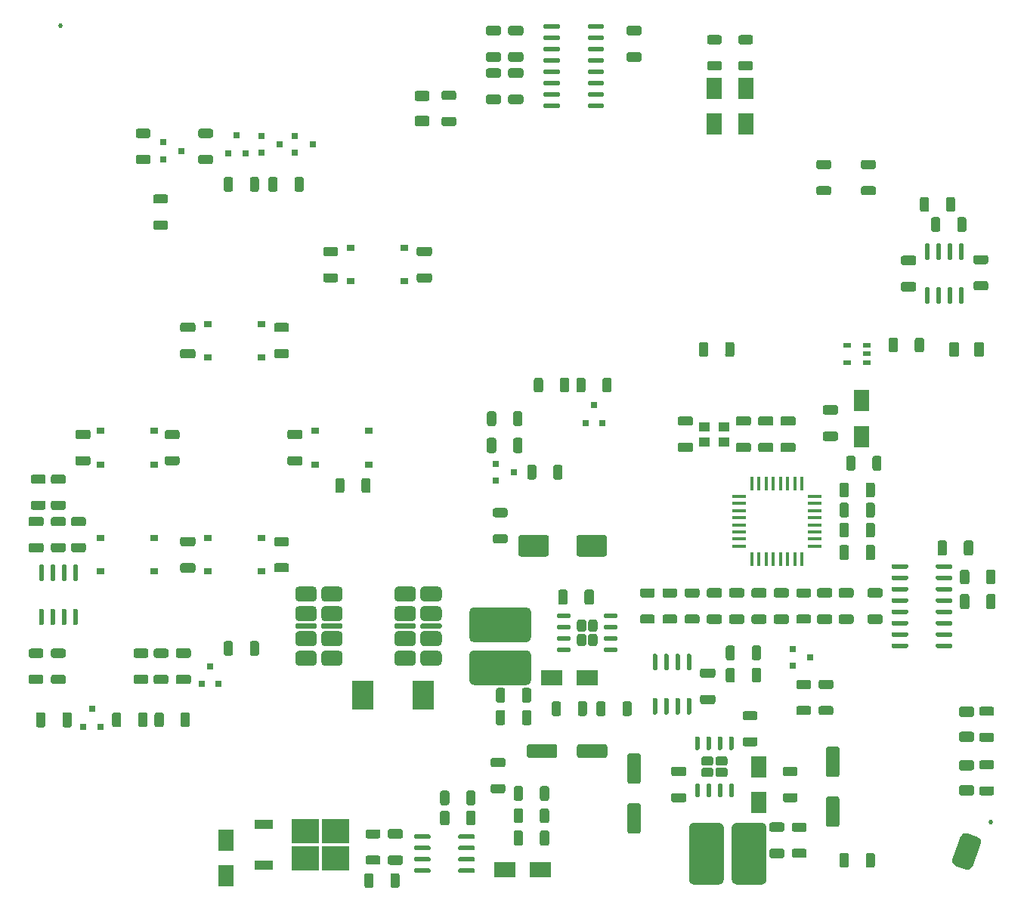
<source format=gbr>
%TF.GenerationSoftware,KiCad,Pcbnew,5.1.10-88a1d61d58~90~ubuntu20.04.1*%
%TF.CreationDate,2021-10-09T22:51:23+02:00*%
%TF.ProjectId,jbc-miniregler,6a62632d-6d69-46e6-9972-65676c65722e,21.0.1*%
%TF.SameCoordinates,PX56c8cc0PY88601c0*%
%TF.FileFunction,Paste,Top*%
%TF.FilePolarity,Positive*%
%FSLAX46Y46*%
G04 Gerber Fmt 4.6, Leading zero omitted, Abs format (unit mm)*
G04 Created by KiCad (PCBNEW 5.1.10-88a1d61d58~90~ubuntu20.04.1) date 2021-10-09 22:51:23*
%MOMM*%
%LPD*%
G01*
G04 APERTURE LIST*
%ADD10R,0.700000X0.800000*%
%ADD11R,1.700000X2.400000*%
%ADD12R,0.800000X0.700000*%
%ADD13R,0.900000X0.650000*%
%ADD14R,1.300000X1.100000*%
%ADD15R,1.500000X0.450000*%
%ADD16R,0.450000X1.500000*%
%ADD17R,0.960000X0.550000*%
%ADD18R,3.050000X2.750000*%
%ADD19R,2.100000X1.100000*%
%ADD20C,0.520000*%
%ADD21R,2.400000X3.200000*%
%ADD22R,2.400000X1.700000*%
G04 APERTURE END LIST*
D10*
%TO.C,D9*%
X24250000Y85000000D03*
X25200000Y83000000D03*
X23300000Y83000000D03*
%TD*%
%TO.C,R66*%
G36*
G01*
X77050000Y61597225D02*
X77050000Y60402775D01*
G75*
G02*
X76822225Y60175000I-227775J0D01*
G01*
X76252775Y60175000D01*
G75*
G02*
X76025000Y60402775I0J227775D01*
G01*
X76025000Y61597225D01*
G75*
G02*
X76252775Y61825000I227775J0D01*
G01*
X76822225Y61825000D01*
G75*
G02*
X77050000Y61597225I0J-227775D01*
G01*
G37*
G36*
G01*
X79975000Y61597225D02*
X79975000Y60402775D01*
G75*
G02*
X79747225Y60175000I-227775J0D01*
G01*
X79177775Y60175000D01*
G75*
G02*
X78950000Y60402775I0J227775D01*
G01*
X78950000Y61597225D01*
G75*
G02*
X79177775Y61825000I227775J0D01*
G01*
X79747225Y61825000D01*
G75*
G02*
X79975000Y61597225I0J-227775D01*
G01*
G37*
%TD*%
%TO.C,R16*%
G36*
G01*
X74652775Y31300000D02*
X75847225Y31300000D01*
G75*
G02*
X76075000Y31072225I0J-227775D01*
G01*
X76075000Y30502775D01*
G75*
G02*
X75847225Y30275000I-227775J0D01*
G01*
X74652775Y30275000D01*
G75*
G02*
X74425000Y30502775I0J227775D01*
G01*
X74425000Y31072225D01*
G75*
G02*
X74652775Y31300000I227775J0D01*
G01*
G37*
G36*
G01*
X74652775Y34225000D02*
X75847225Y34225000D01*
G75*
G02*
X76075000Y33997225I0J-227775D01*
G01*
X76075000Y33427775D01*
G75*
G02*
X75847225Y33200000I-227775J0D01*
G01*
X74652775Y33200000D01*
G75*
G02*
X74425000Y33427775I0J227775D01*
G01*
X74425000Y33997225D01*
G75*
G02*
X74652775Y34225000I227775J0D01*
G01*
G37*
%TD*%
D11*
%TO.C,D16*%
X23000000Y6000000D03*
X23000000Y2000000D03*
%TD*%
%TO.C,R65*%
G36*
G01*
X40097225Y6200000D02*
X38902775Y6200000D01*
G75*
G02*
X38675000Y6427775I0J227775D01*
G01*
X38675000Y6997225D01*
G75*
G02*
X38902775Y7225000I227775J0D01*
G01*
X40097225Y7225000D01*
G75*
G02*
X40325000Y6997225I0J-227775D01*
G01*
X40325000Y6427775D01*
G75*
G02*
X40097225Y6200000I-227775J0D01*
G01*
G37*
G36*
G01*
X40097225Y3275000D02*
X38902775Y3275000D01*
G75*
G02*
X38675000Y3502775I0J227775D01*
G01*
X38675000Y4072225D01*
G75*
G02*
X38902775Y4300000I227775J0D01*
G01*
X40097225Y4300000D01*
G75*
G02*
X40325000Y4072225I0J-227775D01*
G01*
X40325000Y3502775D01*
G75*
G02*
X40097225Y3275000I-227775J0D01*
G01*
G37*
%TD*%
%TO.C,X4*%
G36*
G01*
X105896876Y2712387D02*
X104769245Y3122811D01*
G75*
G02*
X104410641Y3891839I205212J563816D01*
G01*
X105334096Y6429009D01*
G75*
G02*
X106103124Y6787613I563816J-205212D01*
G01*
X107230755Y6377189D01*
G75*
G02*
X107589359Y5608161I-205212J-563816D01*
G01*
X106665904Y3070991D01*
G75*
G02*
X105896876Y2712387I-563816J205212D01*
G01*
G37*
%TD*%
%TO.C,U11*%
G36*
G01*
X101720000Y71050000D02*
X101470000Y71050000D01*
G75*
G02*
X101345000Y71175000I0J125000D01*
G01*
X101345000Y72775000D01*
G75*
G02*
X101470000Y72900000I125000J0D01*
G01*
X101720000Y72900000D01*
G75*
G02*
X101845000Y72775000I0J-125000D01*
G01*
X101845000Y71175000D01*
G75*
G02*
X101720000Y71050000I-125000J0D01*
G01*
G37*
G36*
G01*
X102990000Y71050000D02*
X102740000Y71050000D01*
G75*
G02*
X102615000Y71175000I0J125000D01*
G01*
X102615000Y72775000D01*
G75*
G02*
X102740000Y72900000I125000J0D01*
G01*
X102990000Y72900000D01*
G75*
G02*
X103115000Y72775000I0J-125000D01*
G01*
X103115000Y71175000D01*
G75*
G02*
X102990000Y71050000I-125000J0D01*
G01*
G37*
G36*
G01*
X104260000Y71050000D02*
X104010000Y71050000D01*
G75*
G02*
X103885000Y71175000I0J125000D01*
G01*
X103885000Y72775000D01*
G75*
G02*
X104010000Y72900000I125000J0D01*
G01*
X104260000Y72900000D01*
G75*
G02*
X104385000Y72775000I0J-125000D01*
G01*
X104385000Y71175000D01*
G75*
G02*
X104260000Y71050000I-125000J0D01*
G01*
G37*
G36*
G01*
X105530000Y71050000D02*
X105280000Y71050000D01*
G75*
G02*
X105155000Y71175000I0J125000D01*
G01*
X105155000Y72775000D01*
G75*
G02*
X105280000Y72900000I125000J0D01*
G01*
X105530000Y72900000D01*
G75*
G02*
X105655000Y72775000I0J-125000D01*
G01*
X105655000Y71175000D01*
G75*
G02*
X105530000Y71050000I-125000J0D01*
G01*
G37*
G36*
G01*
X105530000Y66100000D02*
X105280000Y66100000D01*
G75*
G02*
X105155000Y66225000I0J125000D01*
G01*
X105155000Y67825000D01*
G75*
G02*
X105280000Y67950000I125000J0D01*
G01*
X105530000Y67950000D01*
G75*
G02*
X105655000Y67825000I0J-125000D01*
G01*
X105655000Y66225000D01*
G75*
G02*
X105530000Y66100000I-125000J0D01*
G01*
G37*
G36*
G01*
X104260000Y66100000D02*
X104010000Y66100000D01*
G75*
G02*
X103885000Y66225000I0J125000D01*
G01*
X103885000Y67825000D01*
G75*
G02*
X104010000Y67950000I125000J0D01*
G01*
X104260000Y67950000D01*
G75*
G02*
X104385000Y67825000I0J-125000D01*
G01*
X104385000Y66225000D01*
G75*
G02*
X104260000Y66100000I-125000J0D01*
G01*
G37*
G36*
G01*
X102990000Y66100000D02*
X102740000Y66100000D01*
G75*
G02*
X102615000Y66225000I0J125000D01*
G01*
X102615000Y67825000D01*
G75*
G02*
X102740000Y67950000I125000J0D01*
G01*
X102990000Y67950000D01*
G75*
G02*
X103115000Y67825000I0J-125000D01*
G01*
X103115000Y66225000D01*
G75*
G02*
X102990000Y66100000I-125000J0D01*
G01*
G37*
G36*
G01*
X101720000Y66100000D02*
X101470000Y66100000D01*
G75*
G02*
X101345000Y66225000I0J125000D01*
G01*
X101345000Y67825000D01*
G75*
G02*
X101470000Y67950000I125000J0D01*
G01*
X101720000Y67950000D01*
G75*
G02*
X101845000Y67825000I0J-125000D01*
G01*
X101845000Y66225000D01*
G75*
G02*
X101720000Y66100000I-125000J0D01*
G01*
G37*
%TD*%
%TO.C,C40*%
G36*
G01*
X89478259Y31300000D02*
X90721741Y31300000D01*
G75*
G02*
X90950000Y31071741I0J-228259D01*
G01*
X90950000Y30478259D01*
G75*
G02*
X90721741Y30250000I-228259J0D01*
G01*
X89478259Y30250000D01*
G75*
G02*
X89250000Y30478259I0J228259D01*
G01*
X89250000Y31071741D01*
G75*
G02*
X89478259Y31300000I228259J0D01*
G01*
G37*
G36*
G01*
X89478259Y34250000D02*
X90721741Y34250000D01*
G75*
G02*
X90950000Y34021741I0J-228259D01*
G01*
X90950000Y33428259D01*
G75*
G02*
X90721741Y33200000I-228259J0D01*
G01*
X89478259Y33200000D01*
G75*
G02*
X89250000Y33428259I0J228259D01*
G01*
X89250000Y34021741D01*
G75*
G02*
X89478259Y34250000I228259J0D01*
G01*
G37*
%TD*%
D12*
%TO.C,U12*%
X88500000Y26500000D03*
X86500000Y25550000D03*
X86500000Y27450000D03*
%TD*%
%TO.C,C12*%
G36*
G01*
X82878259Y50550000D02*
X84121741Y50550000D01*
G75*
G02*
X84350000Y50321741I0J-228259D01*
G01*
X84350000Y49728259D01*
G75*
G02*
X84121741Y49500000I-228259J0D01*
G01*
X82878259Y49500000D01*
G75*
G02*
X82650000Y49728259I0J228259D01*
G01*
X82650000Y50321741D01*
G75*
G02*
X82878259Y50550000I228259J0D01*
G01*
G37*
G36*
G01*
X82878259Y53500000D02*
X84121741Y53500000D01*
G75*
G02*
X84350000Y53271741I0J-228259D01*
G01*
X84350000Y52678259D01*
G75*
G02*
X84121741Y52450000I-228259J0D01*
G01*
X82878259Y52450000D01*
G75*
G02*
X82650000Y52678259I0J228259D01*
G01*
X82650000Y53271741D01*
G75*
G02*
X82878259Y53500000I228259J0D01*
G01*
G37*
%TD*%
%TO.C,C8*%
G36*
G01*
X82128259Y31300000D02*
X83371741Y31300000D01*
G75*
G02*
X83600000Y31071741I0J-228259D01*
G01*
X83600000Y30478259D01*
G75*
G02*
X83371741Y30250000I-228259J0D01*
G01*
X82128259Y30250000D01*
G75*
G02*
X81900000Y30478259I0J228259D01*
G01*
X81900000Y31071741D01*
G75*
G02*
X82128259Y31300000I228259J0D01*
G01*
G37*
G36*
G01*
X82128259Y34250000D02*
X83371741Y34250000D01*
G75*
G02*
X83600000Y34021741I0J-228259D01*
G01*
X83600000Y33428259D01*
G75*
G02*
X83371741Y33200000I-228259J0D01*
G01*
X82128259Y33200000D01*
G75*
G02*
X81900000Y33428259I0J228259D01*
G01*
X81900000Y34021741D01*
G75*
G02*
X82128259Y34250000I228259J0D01*
G01*
G37*
%TD*%
%TO.C,R64*%
G36*
G01*
X88347225Y22950000D02*
X87152775Y22950000D01*
G75*
G02*
X86925000Y23177775I0J227775D01*
G01*
X86925000Y23747225D01*
G75*
G02*
X87152775Y23975000I227775J0D01*
G01*
X88347225Y23975000D01*
G75*
G02*
X88575000Y23747225I0J-227775D01*
G01*
X88575000Y23177775D01*
G75*
G02*
X88347225Y22950000I-227775J0D01*
G01*
G37*
G36*
G01*
X88347225Y20025000D02*
X87152775Y20025000D01*
G75*
G02*
X86925000Y20252775I0J227775D01*
G01*
X86925000Y20822225D01*
G75*
G02*
X87152775Y21050000I227775J0D01*
G01*
X88347225Y21050000D01*
G75*
G02*
X88575000Y20822225I0J-227775D01*
G01*
X88575000Y20252775D01*
G75*
G02*
X88347225Y20025000I-227775J0D01*
G01*
G37*
%TD*%
%TO.C,R63*%
G36*
G01*
X90847225Y22950000D02*
X89652775Y22950000D01*
G75*
G02*
X89425000Y23177775I0J227775D01*
G01*
X89425000Y23747225D01*
G75*
G02*
X89652775Y23975000I227775J0D01*
G01*
X90847225Y23975000D01*
G75*
G02*
X91075000Y23747225I0J-227775D01*
G01*
X91075000Y23177775D01*
G75*
G02*
X90847225Y22950000I-227775J0D01*
G01*
G37*
G36*
G01*
X90847225Y20025000D02*
X89652775Y20025000D01*
G75*
G02*
X89425000Y20252775I0J227775D01*
G01*
X89425000Y20822225D01*
G75*
G02*
X89652775Y21050000I227775J0D01*
G01*
X90847225Y21050000D01*
G75*
G02*
X91075000Y20822225I0J-227775D01*
G01*
X91075000Y20252775D01*
G75*
G02*
X90847225Y20025000I-227775J0D01*
G01*
G37*
%TD*%
%TO.C,R62*%
G36*
G01*
X4847225Y45950000D02*
X3652775Y45950000D01*
G75*
G02*
X3425000Y46177775I0J227775D01*
G01*
X3425000Y46747225D01*
G75*
G02*
X3652775Y46975000I227775J0D01*
G01*
X4847225Y46975000D01*
G75*
G02*
X5075000Y46747225I0J-227775D01*
G01*
X5075000Y46177775D01*
G75*
G02*
X4847225Y45950000I-227775J0D01*
G01*
G37*
G36*
G01*
X4847225Y43025000D02*
X3652775Y43025000D01*
G75*
G02*
X3425000Y43252775I0J227775D01*
G01*
X3425000Y43822225D01*
G75*
G02*
X3652775Y44050000I227775J0D01*
G01*
X4847225Y44050000D01*
G75*
G02*
X5075000Y43822225I0J-227775D01*
G01*
X5075000Y43252775D01*
G75*
G02*
X4847225Y43025000I-227775J0D01*
G01*
G37*
%TD*%
%TO.C,R61*%
G36*
G01*
X2597225Y45950000D02*
X1402775Y45950000D01*
G75*
G02*
X1175000Y46177775I0J227775D01*
G01*
X1175000Y46747225D01*
G75*
G02*
X1402775Y46975000I227775J0D01*
G01*
X2597225Y46975000D01*
G75*
G02*
X2825000Y46747225I0J-227775D01*
G01*
X2825000Y46177775D01*
G75*
G02*
X2597225Y45950000I-227775J0D01*
G01*
G37*
G36*
G01*
X2597225Y43025000D02*
X1402775Y43025000D01*
G75*
G02*
X1175000Y43252775I0J227775D01*
G01*
X1175000Y43822225D01*
G75*
G02*
X1402775Y44050000I227775J0D01*
G01*
X2597225Y44050000D01*
G75*
G02*
X2825000Y43822225I0J-227775D01*
G01*
X2825000Y43252775D01*
G75*
G02*
X2597225Y43025000I-227775J0D01*
G01*
G37*
%TD*%
%TO.C,R60*%
G36*
G01*
X16347225Y26450000D02*
X15152775Y26450000D01*
G75*
G02*
X14925000Y26677775I0J227775D01*
G01*
X14925000Y27247225D01*
G75*
G02*
X15152775Y27475000I227775J0D01*
G01*
X16347225Y27475000D01*
G75*
G02*
X16575000Y27247225I0J-227775D01*
G01*
X16575000Y26677775D01*
G75*
G02*
X16347225Y26450000I-227775J0D01*
G01*
G37*
G36*
G01*
X16347225Y23525000D02*
X15152775Y23525000D01*
G75*
G02*
X14925000Y23752775I0J227775D01*
G01*
X14925000Y24322225D01*
G75*
G02*
X15152775Y24550000I227775J0D01*
G01*
X16347225Y24550000D01*
G75*
G02*
X16575000Y24322225I0J-227775D01*
G01*
X16575000Y23752775D01*
G75*
G02*
X16347225Y23525000I-227775J0D01*
G01*
G37*
%TD*%
%TO.C,R59*%
G36*
G01*
X14097225Y26450000D02*
X12902775Y26450000D01*
G75*
G02*
X12675000Y26677775I0J227775D01*
G01*
X12675000Y27247225D01*
G75*
G02*
X12902775Y27475000I227775J0D01*
G01*
X14097225Y27475000D01*
G75*
G02*
X14325000Y27247225I0J-227775D01*
G01*
X14325000Y26677775D01*
G75*
G02*
X14097225Y26450000I-227775J0D01*
G01*
G37*
G36*
G01*
X14097225Y23525000D02*
X12902775Y23525000D01*
G75*
G02*
X12675000Y23752775I0J227775D01*
G01*
X12675000Y24322225D01*
G75*
G02*
X12902775Y24550000I227775J0D01*
G01*
X14097225Y24550000D01*
G75*
G02*
X14325000Y24322225I0J-227775D01*
G01*
X14325000Y23752775D01*
G75*
G02*
X14097225Y23525000I-227775J0D01*
G01*
G37*
%TD*%
D10*
%TO.C,D5*%
X21250000Y25500000D03*
X22200000Y23500000D03*
X20300000Y23500000D03*
%TD*%
%TO.C,C41*%
G36*
G01*
X91878259Y31300000D02*
X93121741Y31300000D01*
G75*
G02*
X93350000Y31071741I0J-228259D01*
G01*
X93350000Y30478259D01*
G75*
G02*
X93121741Y30250000I-228259J0D01*
G01*
X91878259Y30250000D01*
G75*
G02*
X91650000Y30478259I0J228259D01*
G01*
X91650000Y31071741D01*
G75*
G02*
X91878259Y31300000I228259J0D01*
G01*
G37*
G36*
G01*
X91878259Y34250000D02*
X93121741Y34250000D01*
G75*
G02*
X93350000Y34021741I0J-228259D01*
G01*
X93350000Y33428259D01*
G75*
G02*
X93121741Y33200000I-228259J0D01*
G01*
X91878259Y33200000D01*
G75*
G02*
X91650000Y33428259I0J228259D01*
G01*
X91650000Y34021741D01*
G75*
G02*
X91878259Y34250000I228259J0D01*
G01*
G37*
%TD*%
D13*
%TO.C,SW5*%
X15000000Y39875000D03*
X9000000Y36125000D03*
X15000000Y36125000D03*
X9000000Y39875000D03*
%TD*%
%TO.C,SW6*%
X43000000Y72375000D03*
X37000000Y68625000D03*
X43000000Y68625000D03*
X37000000Y72375000D03*
%TD*%
%TO.C,SW4*%
X15000000Y51875000D03*
X9000000Y48125000D03*
X15000000Y48125000D03*
X9000000Y51875000D03*
%TD*%
%TO.C,SW3*%
X39000000Y51875000D03*
X33000000Y48125000D03*
X39000000Y48125000D03*
X33000000Y51875000D03*
%TD*%
%TO.C,SW2*%
X27000000Y39875000D03*
X21000000Y36125000D03*
X27000000Y36125000D03*
X21000000Y39875000D03*
%TD*%
%TO.C,SW1*%
X27000000Y63875000D03*
X21000000Y60125000D03*
X27000000Y60125000D03*
X21000000Y63875000D03*
%TD*%
%TO.C,R31*%
G36*
G01*
X30800000Y30975000D02*
X30800000Y31825000D01*
G75*
G02*
X31225000Y32250000I425000J0D01*
G01*
X32775000Y32250000D01*
G75*
G02*
X33200000Y31825000I0J-425000D01*
G01*
X33200000Y30975000D01*
G75*
G02*
X32775000Y30550000I-425000J0D01*
G01*
X31225000Y30550000D01*
G75*
G02*
X30800000Y30975000I0J425000D01*
G01*
G37*
G36*
G01*
X33700000Y30975000D02*
X33700000Y31825000D01*
G75*
G02*
X34125000Y32250000I425000J0D01*
G01*
X35675000Y32250000D01*
G75*
G02*
X36100000Y31825000I0J-425000D01*
G01*
X36100000Y30975000D01*
G75*
G02*
X35675000Y30550000I-425000J0D01*
G01*
X34125000Y30550000D01*
G75*
G02*
X33700000Y30975000I0J425000D01*
G01*
G37*
G36*
G01*
X33700000Y33175000D02*
X33700000Y34025000D01*
G75*
G02*
X34125000Y34450000I425000J0D01*
G01*
X35675000Y34450000D01*
G75*
G02*
X36100000Y34025000I0J-425000D01*
G01*
X36100000Y33175000D01*
G75*
G02*
X35675000Y32750000I-425000J0D01*
G01*
X34125000Y32750000D01*
G75*
G02*
X33700000Y33175000I0J425000D01*
G01*
G37*
G36*
G01*
X30800000Y33175000D02*
X30800000Y34025000D01*
G75*
G02*
X31225000Y34450000I425000J0D01*
G01*
X32775000Y34450000D01*
G75*
G02*
X33200000Y34025000I0J-425000D01*
G01*
X33200000Y33175000D01*
G75*
G02*
X32775000Y32750000I-425000J0D01*
G01*
X31225000Y32750000D01*
G75*
G02*
X30800000Y33175000I0J425000D01*
G01*
G37*
G36*
G01*
X30800000Y29850000D02*
X30800000Y30150000D01*
G75*
G02*
X30950000Y30300000I150000J0D01*
G01*
X33050000Y30300000D01*
G75*
G02*
X33200000Y30150000I0J-150000D01*
G01*
X33200000Y29850000D01*
G75*
G02*
X33050000Y29700000I-150000J0D01*
G01*
X30950000Y29700000D01*
G75*
G02*
X30800000Y29850000I0J150000D01*
G01*
G37*
G36*
G01*
X33700000Y29850000D02*
X33700000Y30150000D01*
G75*
G02*
X33850000Y30300000I150000J0D01*
G01*
X35950000Y30300000D01*
G75*
G02*
X36100000Y30150000I0J-150000D01*
G01*
X36100000Y29850000D01*
G75*
G02*
X35950000Y29700000I-150000J0D01*
G01*
X33850000Y29700000D01*
G75*
G02*
X33700000Y29850000I0J150000D01*
G01*
G37*
G36*
G01*
X33700000Y28175000D02*
X33700000Y29025000D01*
G75*
G02*
X34125000Y29450000I425000J0D01*
G01*
X35675000Y29450000D01*
G75*
G02*
X36100000Y29025000I0J-425000D01*
G01*
X36100000Y28175000D01*
G75*
G02*
X35675000Y27750000I-425000J0D01*
G01*
X34125000Y27750000D01*
G75*
G02*
X33700000Y28175000I0J425000D01*
G01*
G37*
G36*
G01*
X33700000Y25975000D02*
X33700000Y26825000D01*
G75*
G02*
X34125000Y27250000I425000J0D01*
G01*
X35675000Y27250000D01*
G75*
G02*
X36100000Y26825000I0J-425000D01*
G01*
X36100000Y25975000D01*
G75*
G02*
X35675000Y25550000I-425000J0D01*
G01*
X34125000Y25550000D01*
G75*
G02*
X33700000Y25975000I0J425000D01*
G01*
G37*
G36*
G01*
X30800000Y25975000D02*
X30800000Y26825000D01*
G75*
G02*
X31225000Y27250000I425000J0D01*
G01*
X32775000Y27250000D01*
G75*
G02*
X33200000Y26825000I0J-425000D01*
G01*
X33200000Y25975000D01*
G75*
G02*
X32775000Y25550000I-425000J0D01*
G01*
X31225000Y25550000D01*
G75*
G02*
X30800000Y25975000I0J425000D01*
G01*
G37*
G36*
G01*
X30800000Y28175000D02*
X30800000Y29025000D01*
G75*
G02*
X31225000Y29450000I425000J0D01*
G01*
X32775000Y29450000D01*
G75*
G02*
X33200000Y29025000I0J-425000D01*
G01*
X33200000Y28175000D01*
G75*
G02*
X32775000Y27750000I-425000J0D01*
G01*
X31225000Y27750000D01*
G75*
G02*
X30800000Y28175000I0J425000D01*
G01*
G37*
G36*
G01*
X41900000Y33175000D02*
X41900000Y34025000D01*
G75*
G02*
X42325000Y34450000I425000J0D01*
G01*
X43875000Y34450000D01*
G75*
G02*
X44300000Y34025000I0J-425000D01*
G01*
X44300000Y33175000D01*
G75*
G02*
X43875000Y32750000I-425000J0D01*
G01*
X42325000Y32750000D01*
G75*
G02*
X41900000Y33175000I0J425000D01*
G01*
G37*
G36*
G01*
X44800000Y33175000D02*
X44800000Y34025000D01*
G75*
G02*
X45225000Y34450000I425000J0D01*
G01*
X46775000Y34450000D01*
G75*
G02*
X47200000Y34025000I0J-425000D01*
G01*
X47200000Y33175000D01*
G75*
G02*
X46775000Y32750000I-425000J0D01*
G01*
X45225000Y32750000D01*
G75*
G02*
X44800000Y33175000I0J425000D01*
G01*
G37*
G36*
G01*
X44800000Y30975000D02*
X44800000Y31825000D01*
G75*
G02*
X45225000Y32250000I425000J0D01*
G01*
X46775000Y32250000D01*
G75*
G02*
X47200000Y31825000I0J-425000D01*
G01*
X47200000Y30975000D01*
G75*
G02*
X46775000Y30550000I-425000J0D01*
G01*
X45225000Y30550000D01*
G75*
G02*
X44800000Y30975000I0J425000D01*
G01*
G37*
G36*
G01*
X41900000Y30975000D02*
X41900000Y31825000D01*
G75*
G02*
X42325000Y32250000I425000J0D01*
G01*
X43875000Y32250000D01*
G75*
G02*
X44300000Y31825000I0J-425000D01*
G01*
X44300000Y30975000D01*
G75*
G02*
X43875000Y30550000I-425000J0D01*
G01*
X42325000Y30550000D01*
G75*
G02*
X41900000Y30975000I0J425000D01*
G01*
G37*
G36*
G01*
X41900000Y28175000D02*
X41900000Y29025000D01*
G75*
G02*
X42325000Y29450000I425000J0D01*
G01*
X43875000Y29450000D01*
G75*
G02*
X44300000Y29025000I0J-425000D01*
G01*
X44300000Y28175000D01*
G75*
G02*
X43875000Y27750000I-425000J0D01*
G01*
X42325000Y27750000D01*
G75*
G02*
X41900000Y28175000I0J425000D01*
G01*
G37*
G36*
G01*
X44800000Y28175000D02*
X44800000Y29025000D01*
G75*
G02*
X45225000Y29450000I425000J0D01*
G01*
X46775000Y29450000D01*
G75*
G02*
X47200000Y29025000I0J-425000D01*
G01*
X47200000Y28175000D01*
G75*
G02*
X46775000Y27750000I-425000J0D01*
G01*
X45225000Y27750000D01*
G75*
G02*
X44800000Y28175000I0J425000D01*
G01*
G37*
G36*
G01*
X44800000Y25975000D02*
X44800000Y26825000D01*
G75*
G02*
X45225000Y27250000I425000J0D01*
G01*
X46775000Y27250000D01*
G75*
G02*
X47200000Y26825000I0J-425000D01*
G01*
X47200000Y25975000D01*
G75*
G02*
X46775000Y25550000I-425000J0D01*
G01*
X45225000Y25550000D01*
G75*
G02*
X44800000Y25975000I0J425000D01*
G01*
G37*
G36*
G01*
X41900000Y25975000D02*
X41900000Y26825000D01*
G75*
G02*
X42325000Y27250000I425000J0D01*
G01*
X43875000Y27250000D01*
G75*
G02*
X44300000Y26825000I0J-425000D01*
G01*
X44300000Y25975000D01*
G75*
G02*
X43875000Y25550000I-425000J0D01*
G01*
X42325000Y25550000D01*
G75*
G02*
X41900000Y25975000I0J425000D01*
G01*
G37*
G36*
G01*
X44800000Y29850000D02*
X44800000Y30150000D01*
G75*
G02*
X44950000Y30300000I150000J0D01*
G01*
X47050000Y30300000D01*
G75*
G02*
X47200000Y30150000I0J-150000D01*
G01*
X47200000Y29850000D01*
G75*
G02*
X47050000Y29700000I-150000J0D01*
G01*
X44950000Y29700000D01*
G75*
G02*
X44800000Y29850000I0J150000D01*
G01*
G37*
G36*
G01*
X41900000Y29850000D02*
X41900000Y30150000D01*
G75*
G02*
X42050000Y30300000I150000J0D01*
G01*
X44150000Y30300000D01*
G75*
G02*
X44300000Y30150000I0J-150000D01*
G01*
X44300000Y29850000D01*
G75*
G02*
X44150000Y29700000I-150000J0D01*
G01*
X42050000Y29700000D01*
G75*
G02*
X41900000Y29850000I0J150000D01*
G01*
G37*
%TD*%
%TO.C,R58*%
G36*
G01*
X94402775Y79300000D02*
X95597225Y79300000D01*
G75*
G02*
X95825000Y79072225I0J-227775D01*
G01*
X95825000Y78502775D01*
G75*
G02*
X95597225Y78275000I-227775J0D01*
G01*
X94402775Y78275000D01*
G75*
G02*
X94175000Y78502775I0J227775D01*
G01*
X94175000Y79072225D01*
G75*
G02*
X94402775Y79300000I227775J0D01*
G01*
G37*
G36*
G01*
X94402775Y82225000D02*
X95597225Y82225000D01*
G75*
G02*
X95825000Y81997225I0J-227775D01*
G01*
X95825000Y81427775D01*
G75*
G02*
X95597225Y81200000I-227775J0D01*
G01*
X94402775Y81200000D01*
G75*
G02*
X94175000Y81427775I0J227775D01*
G01*
X94175000Y81997225D01*
G75*
G02*
X94402775Y82225000I227775J0D01*
G01*
G37*
%TD*%
%TO.C,R57*%
G36*
G01*
X89402775Y79300000D02*
X90597225Y79300000D01*
G75*
G02*
X90825000Y79072225I0J-227775D01*
G01*
X90825000Y78502775D01*
G75*
G02*
X90597225Y78275000I-227775J0D01*
G01*
X89402775Y78275000D01*
G75*
G02*
X89175000Y78502775I0J227775D01*
G01*
X89175000Y79072225D01*
G75*
G02*
X89402775Y79300000I227775J0D01*
G01*
G37*
G36*
G01*
X89402775Y82225000D02*
X90597225Y82225000D01*
G75*
G02*
X90825000Y81997225I0J-227775D01*
G01*
X90825000Y81427775D01*
G75*
G02*
X90597225Y81200000I-227775J0D01*
G01*
X89402775Y81200000D01*
G75*
G02*
X89175000Y81427775I0J227775D01*
G01*
X89175000Y81997225D01*
G75*
G02*
X89402775Y82225000I227775J0D01*
G01*
G37*
%TD*%
%TO.C,R56*%
G36*
G01*
X104950000Y74402775D02*
X104950000Y75597225D01*
G75*
G02*
X105177775Y75825000I227775J0D01*
G01*
X105747225Y75825000D01*
G75*
G02*
X105975000Y75597225I0J-227775D01*
G01*
X105975000Y74402775D01*
G75*
G02*
X105747225Y74175000I-227775J0D01*
G01*
X105177775Y74175000D01*
G75*
G02*
X104950000Y74402775I0J227775D01*
G01*
G37*
G36*
G01*
X102025000Y74402775D02*
X102025000Y75597225D01*
G75*
G02*
X102252775Y75825000I227775J0D01*
G01*
X102822225Y75825000D01*
G75*
G02*
X103050000Y75597225I0J-227775D01*
G01*
X103050000Y74402775D01*
G75*
G02*
X102822225Y74175000I-227775J0D01*
G01*
X102252775Y74175000D01*
G75*
G02*
X102025000Y74402775I0J227775D01*
G01*
G37*
%TD*%
%TO.C,R55*%
G36*
G01*
X103700000Y76652775D02*
X103700000Y77847225D01*
G75*
G02*
X103927775Y78075000I227775J0D01*
G01*
X104497225Y78075000D01*
G75*
G02*
X104725000Y77847225I0J-227775D01*
G01*
X104725000Y76652775D01*
G75*
G02*
X104497225Y76425000I-227775J0D01*
G01*
X103927775Y76425000D01*
G75*
G02*
X103700000Y76652775I0J227775D01*
G01*
G37*
G36*
G01*
X100775000Y76652775D02*
X100775000Y77847225D01*
G75*
G02*
X101002775Y78075000I227775J0D01*
G01*
X101572225Y78075000D01*
G75*
G02*
X101800000Y77847225I0J-227775D01*
G01*
X101800000Y76652775D01*
G75*
G02*
X101572225Y76425000I-227775J0D01*
G01*
X101002775Y76425000D01*
G75*
G02*
X100775000Y76652775I0J227775D01*
G01*
G37*
%TD*%
%TO.C,R54*%
G36*
G01*
X108197225Y70550000D02*
X107002775Y70550000D01*
G75*
G02*
X106775000Y70777775I0J227775D01*
G01*
X106775000Y71347225D01*
G75*
G02*
X107002775Y71575000I227775J0D01*
G01*
X108197225Y71575000D01*
G75*
G02*
X108425000Y71347225I0J-227775D01*
G01*
X108425000Y70777775D01*
G75*
G02*
X108197225Y70550000I-227775J0D01*
G01*
G37*
G36*
G01*
X108197225Y67625000D02*
X107002775Y67625000D01*
G75*
G02*
X106775000Y67852775I0J227775D01*
G01*
X106775000Y68422225D01*
G75*
G02*
X107002775Y68650000I227775J0D01*
G01*
X108197225Y68650000D01*
G75*
G02*
X108425000Y68422225I0J-227775D01*
G01*
X108425000Y67852775D01*
G75*
G02*
X108197225Y67625000I-227775J0D01*
G01*
G37*
%TD*%
%TO.C,C39*%
G36*
G01*
X100121741Y70450000D02*
X98878259Y70450000D01*
G75*
G02*
X98650000Y70678259I0J228259D01*
G01*
X98650000Y71271741D01*
G75*
G02*
X98878259Y71500000I228259J0D01*
G01*
X100121741Y71500000D01*
G75*
G02*
X100350000Y71271741I0J-228259D01*
G01*
X100350000Y70678259D01*
G75*
G02*
X100121741Y70450000I-228259J0D01*
G01*
G37*
G36*
G01*
X100121741Y67500000D02*
X98878259Y67500000D01*
G75*
G02*
X98650000Y67728259I0J228259D01*
G01*
X98650000Y68321741D01*
G75*
G02*
X98878259Y68550000I228259J0D01*
G01*
X100121741Y68550000D01*
G75*
G02*
X100350000Y68321741I0J-228259D01*
G01*
X100350000Y67728259D01*
G75*
G02*
X100121741Y67500000I-228259J0D01*
G01*
G37*
%TD*%
%TO.C,C38*%
G36*
G01*
X94700000Y37628259D02*
X94700000Y38871741D01*
G75*
G02*
X94928259Y39100000I228259J0D01*
G01*
X95521741Y39100000D01*
G75*
G02*
X95750000Y38871741I0J-228259D01*
G01*
X95750000Y37628259D01*
G75*
G02*
X95521741Y37400000I-228259J0D01*
G01*
X94928259Y37400000D01*
G75*
G02*
X94700000Y37628259I0J228259D01*
G01*
G37*
G36*
G01*
X91750000Y37628259D02*
X91750000Y38871741D01*
G75*
G02*
X91978259Y39100000I228259J0D01*
G01*
X92571741Y39100000D01*
G75*
G02*
X92800000Y38871741I0J-228259D01*
G01*
X92800000Y37628259D01*
G75*
G02*
X92571741Y37400000I-228259J0D01*
G01*
X91978259Y37400000D01*
G75*
G02*
X91750000Y37628259I0J228259D01*
G01*
G37*
%TD*%
%TO.C,U6*%
G36*
G01*
X2470000Y35050000D02*
X2220000Y35050000D01*
G75*
G02*
X2095000Y35175000I0J125000D01*
G01*
X2095000Y36775000D01*
G75*
G02*
X2220000Y36900000I125000J0D01*
G01*
X2470000Y36900000D01*
G75*
G02*
X2595000Y36775000I0J-125000D01*
G01*
X2595000Y35175000D01*
G75*
G02*
X2470000Y35050000I-125000J0D01*
G01*
G37*
G36*
G01*
X3740000Y35050000D02*
X3490000Y35050000D01*
G75*
G02*
X3365000Y35175000I0J125000D01*
G01*
X3365000Y36775000D01*
G75*
G02*
X3490000Y36900000I125000J0D01*
G01*
X3740000Y36900000D01*
G75*
G02*
X3865000Y36775000I0J-125000D01*
G01*
X3865000Y35175000D01*
G75*
G02*
X3740000Y35050000I-125000J0D01*
G01*
G37*
G36*
G01*
X5010000Y35050000D02*
X4760000Y35050000D01*
G75*
G02*
X4635000Y35175000I0J125000D01*
G01*
X4635000Y36775000D01*
G75*
G02*
X4760000Y36900000I125000J0D01*
G01*
X5010000Y36900000D01*
G75*
G02*
X5135000Y36775000I0J-125000D01*
G01*
X5135000Y35175000D01*
G75*
G02*
X5010000Y35050000I-125000J0D01*
G01*
G37*
G36*
G01*
X6280000Y35050000D02*
X6030000Y35050000D01*
G75*
G02*
X5905000Y35175000I0J125000D01*
G01*
X5905000Y36775000D01*
G75*
G02*
X6030000Y36900000I125000J0D01*
G01*
X6280000Y36900000D01*
G75*
G02*
X6405000Y36775000I0J-125000D01*
G01*
X6405000Y35175000D01*
G75*
G02*
X6280000Y35050000I-125000J0D01*
G01*
G37*
G36*
G01*
X6280000Y30100000D02*
X6030000Y30100000D01*
G75*
G02*
X5905000Y30225000I0J125000D01*
G01*
X5905000Y31825000D01*
G75*
G02*
X6030000Y31950000I125000J0D01*
G01*
X6280000Y31950000D01*
G75*
G02*
X6405000Y31825000I0J-125000D01*
G01*
X6405000Y30225000D01*
G75*
G02*
X6280000Y30100000I-125000J0D01*
G01*
G37*
G36*
G01*
X5010000Y30100000D02*
X4760000Y30100000D01*
G75*
G02*
X4635000Y30225000I0J125000D01*
G01*
X4635000Y31825000D01*
G75*
G02*
X4760000Y31950000I125000J0D01*
G01*
X5010000Y31950000D01*
G75*
G02*
X5135000Y31825000I0J-125000D01*
G01*
X5135000Y30225000D01*
G75*
G02*
X5010000Y30100000I-125000J0D01*
G01*
G37*
G36*
G01*
X3740000Y30100000D02*
X3490000Y30100000D01*
G75*
G02*
X3365000Y30225000I0J125000D01*
G01*
X3365000Y31825000D01*
G75*
G02*
X3490000Y31950000I125000J0D01*
G01*
X3740000Y31950000D01*
G75*
G02*
X3865000Y31825000I0J-125000D01*
G01*
X3865000Y30225000D01*
G75*
G02*
X3740000Y30100000I-125000J0D01*
G01*
G37*
G36*
G01*
X2470000Y30100000D02*
X2220000Y30100000D01*
G75*
G02*
X2095000Y30225000I0J125000D01*
G01*
X2095000Y31825000D01*
G75*
G02*
X2220000Y31950000I125000J0D01*
G01*
X2470000Y31950000D01*
G75*
G02*
X2595000Y31825000I0J-125000D01*
G01*
X2595000Y30225000D01*
G75*
G02*
X2470000Y30100000I-125000J0D01*
G01*
G37*
%TD*%
%TO.C,U3*%
G36*
G01*
X74780000Y21950000D02*
X75030000Y21950000D01*
G75*
G02*
X75155000Y21825000I0J-125000D01*
G01*
X75155000Y20225000D01*
G75*
G02*
X75030000Y20100000I-125000J0D01*
G01*
X74780000Y20100000D01*
G75*
G02*
X74655000Y20225000I0J125000D01*
G01*
X74655000Y21825000D01*
G75*
G02*
X74780000Y21950000I125000J0D01*
G01*
G37*
G36*
G01*
X73510000Y21950000D02*
X73760000Y21950000D01*
G75*
G02*
X73885000Y21825000I0J-125000D01*
G01*
X73885000Y20225000D01*
G75*
G02*
X73760000Y20100000I-125000J0D01*
G01*
X73510000Y20100000D01*
G75*
G02*
X73385000Y20225000I0J125000D01*
G01*
X73385000Y21825000D01*
G75*
G02*
X73510000Y21950000I125000J0D01*
G01*
G37*
G36*
G01*
X72240000Y21950000D02*
X72490000Y21950000D01*
G75*
G02*
X72615000Y21825000I0J-125000D01*
G01*
X72615000Y20225000D01*
G75*
G02*
X72490000Y20100000I-125000J0D01*
G01*
X72240000Y20100000D01*
G75*
G02*
X72115000Y20225000I0J125000D01*
G01*
X72115000Y21825000D01*
G75*
G02*
X72240000Y21950000I125000J0D01*
G01*
G37*
G36*
G01*
X70970000Y21950000D02*
X71220000Y21950000D01*
G75*
G02*
X71345000Y21825000I0J-125000D01*
G01*
X71345000Y20225000D01*
G75*
G02*
X71220000Y20100000I-125000J0D01*
G01*
X70970000Y20100000D01*
G75*
G02*
X70845000Y20225000I0J125000D01*
G01*
X70845000Y21825000D01*
G75*
G02*
X70970000Y21950000I125000J0D01*
G01*
G37*
G36*
G01*
X70970000Y26900000D02*
X71220000Y26900000D01*
G75*
G02*
X71345000Y26775000I0J-125000D01*
G01*
X71345000Y25175000D01*
G75*
G02*
X71220000Y25050000I-125000J0D01*
G01*
X70970000Y25050000D01*
G75*
G02*
X70845000Y25175000I0J125000D01*
G01*
X70845000Y26775000D01*
G75*
G02*
X70970000Y26900000I125000J0D01*
G01*
G37*
G36*
G01*
X72240000Y26900000D02*
X72490000Y26900000D01*
G75*
G02*
X72615000Y26775000I0J-125000D01*
G01*
X72615000Y25175000D01*
G75*
G02*
X72490000Y25050000I-125000J0D01*
G01*
X72240000Y25050000D01*
G75*
G02*
X72115000Y25175000I0J125000D01*
G01*
X72115000Y26775000D01*
G75*
G02*
X72240000Y26900000I125000J0D01*
G01*
G37*
G36*
G01*
X73510000Y26900000D02*
X73760000Y26900000D01*
G75*
G02*
X73885000Y26775000I0J-125000D01*
G01*
X73885000Y25175000D01*
G75*
G02*
X73760000Y25050000I-125000J0D01*
G01*
X73510000Y25050000D01*
G75*
G02*
X73385000Y25175000I0J125000D01*
G01*
X73385000Y26775000D01*
G75*
G02*
X73510000Y26900000I125000J0D01*
G01*
G37*
G36*
G01*
X74780000Y26900000D02*
X75030000Y26900000D01*
G75*
G02*
X75155000Y26775000I0J-125000D01*
G01*
X75155000Y25175000D01*
G75*
G02*
X75030000Y25050000I-125000J0D01*
G01*
X74780000Y25050000D01*
G75*
G02*
X74655000Y25175000I0J125000D01*
G01*
X74655000Y26775000D01*
G75*
G02*
X74780000Y26900000I125000J0D01*
G01*
G37*
%TD*%
%TO.C,R20*%
G36*
G01*
X23800000Y28097225D02*
X23800000Y26902775D01*
G75*
G02*
X23572225Y26675000I-227775J0D01*
G01*
X23002775Y26675000D01*
G75*
G02*
X22775000Y26902775I0J227775D01*
G01*
X22775000Y28097225D01*
G75*
G02*
X23002775Y28325000I227775J0D01*
G01*
X23572225Y28325000D01*
G75*
G02*
X23800000Y28097225I0J-227775D01*
G01*
G37*
G36*
G01*
X26725000Y28097225D02*
X26725000Y26902775D01*
G75*
G02*
X26497225Y26675000I-227775J0D01*
G01*
X25927775Y26675000D01*
G75*
G02*
X25700000Y26902775I0J227775D01*
G01*
X25700000Y28097225D01*
G75*
G02*
X25927775Y28325000I227775J0D01*
G01*
X26497225Y28325000D01*
G75*
G02*
X26725000Y28097225I0J-227775D01*
G01*
G37*
%TD*%
%TO.C,R19*%
G36*
G01*
X16050000Y20097225D02*
X16050000Y18902775D01*
G75*
G02*
X15822225Y18675000I-227775J0D01*
G01*
X15252775Y18675000D01*
G75*
G02*
X15025000Y18902775I0J227775D01*
G01*
X15025000Y20097225D01*
G75*
G02*
X15252775Y20325000I227775J0D01*
G01*
X15822225Y20325000D01*
G75*
G02*
X16050000Y20097225I0J-227775D01*
G01*
G37*
G36*
G01*
X18975000Y20097225D02*
X18975000Y18902775D01*
G75*
G02*
X18747225Y18675000I-227775J0D01*
G01*
X18177775Y18675000D01*
G75*
G02*
X17950000Y18902775I0J227775D01*
G01*
X17950000Y20097225D01*
G75*
G02*
X18177775Y20325000I227775J0D01*
G01*
X18747225Y20325000D01*
G75*
G02*
X18975000Y20097225I0J-227775D01*
G01*
G37*
%TD*%
%TO.C,R7*%
G36*
G01*
X63300000Y57597225D02*
X63300000Y56402775D01*
G75*
G02*
X63072225Y56175000I-227775J0D01*
G01*
X62502775Y56175000D01*
G75*
G02*
X62275000Y56402775I0J227775D01*
G01*
X62275000Y57597225D01*
G75*
G02*
X62502775Y57825000I227775J0D01*
G01*
X63072225Y57825000D01*
G75*
G02*
X63300000Y57597225I0J-227775D01*
G01*
G37*
G36*
G01*
X66225000Y57597225D02*
X66225000Y56402775D01*
G75*
G02*
X65997225Y56175000I-227775J0D01*
G01*
X65427775Y56175000D01*
G75*
G02*
X65200000Y56402775I0J227775D01*
G01*
X65200000Y57597225D01*
G75*
G02*
X65427775Y57825000I227775J0D01*
G01*
X65997225Y57825000D01*
G75*
G02*
X66225000Y57597225I0J-227775D01*
G01*
G37*
%TD*%
%TO.C,R6*%
G36*
G01*
X60450000Y56402775D02*
X60450000Y57597225D01*
G75*
G02*
X60677775Y57825000I227775J0D01*
G01*
X61247225Y57825000D01*
G75*
G02*
X61475000Y57597225I0J-227775D01*
G01*
X61475000Y56402775D01*
G75*
G02*
X61247225Y56175000I-227775J0D01*
G01*
X60677775Y56175000D01*
G75*
G02*
X60450000Y56402775I0J227775D01*
G01*
G37*
G36*
G01*
X57525000Y56402775D02*
X57525000Y57597225D01*
G75*
G02*
X57752775Y57825000I227775J0D01*
G01*
X58322225Y57825000D01*
G75*
G02*
X58550000Y57597225I0J-227775D01*
G01*
X58550000Y56402775D01*
G75*
G02*
X58322225Y56175000I-227775J0D01*
G01*
X57752775Y56175000D01*
G75*
G02*
X57525000Y56402775I0J227775D01*
G01*
G37*
%TD*%
D10*
%TO.C,D2*%
X64250000Y54750000D03*
X65200000Y52750000D03*
X63300000Y52750000D03*
%TD*%
%TO.C,C17*%
G36*
G01*
X18871741Y26450000D02*
X17628259Y26450000D01*
G75*
G02*
X17400000Y26678259I0J228259D01*
G01*
X17400000Y27271741D01*
G75*
G02*
X17628259Y27500000I228259J0D01*
G01*
X18871741Y27500000D01*
G75*
G02*
X19100000Y27271741I0J-228259D01*
G01*
X19100000Y26678259D01*
G75*
G02*
X18871741Y26450000I-228259J0D01*
G01*
G37*
G36*
G01*
X18871741Y23500000D02*
X17628259Y23500000D01*
G75*
G02*
X17400000Y23728259I0J228259D01*
G01*
X17400000Y24321741D01*
G75*
G02*
X17628259Y24550000I228259J0D01*
G01*
X18871741Y24550000D01*
G75*
G02*
X19100000Y24321741I0J-228259D01*
G01*
X19100000Y23728259D01*
G75*
G02*
X18871741Y23500000I-228259J0D01*
G01*
G37*
%TD*%
%TO.C,C5*%
G36*
G01*
X79628259Y31300000D02*
X80871741Y31300000D01*
G75*
G02*
X81100000Y31071741I0J-228259D01*
G01*
X81100000Y30478259D01*
G75*
G02*
X80871741Y30250000I-228259J0D01*
G01*
X79628259Y30250000D01*
G75*
G02*
X79400000Y30478259I0J228259D01*
G01*
X79400000Y31071741D01*
G75*
G02*
X79628259Y31300000I228259J0D01*
G01*
G37*
G36*
G01*
X79628259Y34250000D02*
X80871741Y34250000D01*
G75*
G02*
X81100000Y34021741I0J-228259D01*
G01*
X81100000Y33428259D01*
G75*
G02*
X80871741Y33200000I-228259J0D01*
G01*
X79628259Y33200000D01*
G75*
G02*
X79400000Y33428259I0J228259D01*
G01*
X79400000Y34021741D01*
G75*
G02*
X79628259Y34250000I228259J0D01*
G01*
G37*
%TD*%
%TO.C,C30*%
G36*
G01*
X69265625Y12350000D02*
X68234375Y12350000D01*
G75*
G02*
X68000000Y12584375I0J234375D01*
G01*
X68000000Y15515625D01*
G75*
G02*
X68234375Y15750000I234375J0D01*
G01*
X69265625Y15750000D01*
G75*
G02*
X69500000Y15515625I0J-234375D01*
G01*
X69500000Y12584375D01*
G75*
G02*
X69265625Y12350000I-234375J0D01*
G01*
G37*
G36*
G01*
X69265625Y6750000D02*
X68234375Y6750000D01*
G75*
G02*
X68000000Y6984375I0J234375D01*
G01*
X68000000Y9915625D01*
G75*
G02*
X68234375Y10150000I234375J0D01*
G01*
X69265625Y10150000D01*
G75*
G02*
X69500000Y9915625I0J-234375D01*
G01*
X69500000Y6984375D01*
G75*
G02*
X69265625Y6750000I-234375J0D01*
G01*
G37*
%TD*%
%TO.C,C32*%
G36*
G01*
X91515625Y13100000D02*
X90484375Y13100000D01*
G75*
G02*
X90250000Y13334375I0J234375D01*
G01*
X90250000Y16265625D01*
G75*
G02*
X90484375Y16500000I234375J0D01*
G01*
X91515625Y16500000D01*
G75*
G02*
X91750000Y16265625I0J-234375D01*
G01*
X91750000Y13334375D01*
G75*
G02*
X91515625Y13100000I-234375J0D01*
G01*
G37*
G36*
G01*
X91515625Y7500000D02*
X90484375Y7500000D01*
G75*
G02*
X90250000Y7734375I0J234375D01*
G01*
X90250000Y10665625D01*
G75*
G02*
X90484375Y10900000I234375J0D01*
G01*
X91515625Y10900000D01*
G75*
G02*
X91750000Y10665625I0J-234375D01*
G01*
X91750000Y7734375D01*
G75*
G02*
X91515625Y7500000I-234375J0D01*
G01*
G37*
%TD*%
%TO.C,C28*%
G36*
G01*
X62350000Y15484375D02*
X62350000Y16515625D01*
G75*
G02*
X62584375Y16750000I234375J0D01*
G01*
X65515625Y16750000D01*
G75*
G02*
X65750000Y16515625I0J-234375D01*
G01*
X65750000Y15484375D01*
G75*
G02*
X65515625Y15250000I-234375J0D01*
G01*
X62584375Y15250000D01*
G75*
G02*
X62350000Y15484375I0J234375D01*
G01*
G37*
G36*
G01*
X56750000Y15484375D02*
X56750000Y16515625D01*
G75*
G02*
X56984375Y16750000I234375J0D01*
G01*
X59915625Y16750000D01*
G75*
G02*
X60150000Y16515625I0J-234375D01*
G01*
X60150000Y15484375D01*
G75*
G02*
X59915625Y15250000I-234375J0D01*
G01*
X56984375Y15250000D01*
G75*
G02*
X56750000Y15484375I0J234375D01*
G01*
G37*
%TD*%
D14*
%TO.C,Y1*%
X76650000Y52350000D03*
X78850000Y52350000D03*
X78850000Y50650000D03*
X76650000Y50650000D03*
%TD*%
D15*
%TO.C,U5*%
X89000000Y44550000D03*
X89000000Y43750000D03*
X89000000Y42950000D03*
X89000000Y42150000D03*
X89000000Y41350000D03*
X89000000Y40550000D03*
X89000000Y39750000D03*
X89000000Y38950000D03*
D16*
X87550000Y37500000D03*
X86750000Y37500000D03*
X85950000Y37500000D03*
X85150000Y37500000D03*
X84350000Y37500000D03*
X83550000Y37500000D03*
X82750000Y37500000D03*
X81950000Y37500000D03*
D15*
X80500000Y38950000D03*
X80500000Y39750000D03*
X80500000Y40550000D03*
X80500000Y41350000D03*
X80500000Y42150000D03*
X80500000Y42950000D03*
X80500000Y43750000D03*
X80500000Y44550000D03*
D16*
X81950000Y46000000D03*
X82750000Y46000000D03*
X83550000Y46000000D03*
X84350000Y46000000D03*
X85150000Y46000000D03*
X85950000Y46000000D03*
X86750000Y46000000D03*
X87550000Y46000000D03*
%TD*%
%TO.C,U4*%
G36*
G01*
X102550000Y36570000D02*
X102550000Y36820000D01*
G75*
G02*
X102675000Y36945000I125000J0D01*
G01*
X104275000Y36945000D01*
G75*
G02*
X104400000Y36820000I0J-125000D01*
G01*
X104400000Y36570000D01*
G75*
G02*
X104275000Y36445000I-125000J0D01*
G01*
X102675000Y36445000D01*
G75*
G02*
X102550000Y36570000I0J125000D01*
G01*
G37*
G36*
G01*
X102550000Y35300000D02*
X102550000Y35550000D01*
G75*
G02*
X102675000Y35675000I125000J0D01*
G01*
X104275000Y35675000D01*
G75*
G02*
X104400000Y35550000I0J-125000D01*
G01*
X104400000Y35300000D01*
G75*
G02*
X104275000Y35175000I-125000J0D01*
G01*
X102675000Y35175000D01*
G75*
G02*
X102550000Y35300000I0J125000D01*
G01*
G37*
G36*
G01*
X102550000Y34030000D02*
X102550000Y34280000D01*
G75*
G02*
X102675000Y34405000I125000J0D01*
G01*
X104275000Y34405000D01*
G75*
G02*
X104400000Y34280000I0J-125000D01*
G01*
X104400000Y34030000D01*
G75*
G02*
X104275000Y33905000I-125000J0D01*
G01*
X102675000Y33905000D01*
G75*
G02*
X102550000Y34030000I0J125000D01*
G01*
G37*
G36*
G01*
X102550000Y32760000D02*
X102550000Y33010000D01*
G75*
G02*
X102675000Y33135000I125000J0D01*
G01*
X104275000Y33135000D01*
G75*
G02*
X104400000Y33010000I0J-125000D01*
G01*
X104400000Y32760000D01*
G75*
G02*
X104275000Y32635000I-125000J0D01*
G01*
X102675000Y32635000D01*
G75*
G02*
X102550000Y32760000I0J125000D01*
G01*
G37*
G36*
G01*
X102550000Y31490000D02*
X102550000Y31740000D01*
G75*
G02*
X102675000Y31865000I125000J0D01*
G01*
X104275000Y31865000D01*
G75*
G02*
X104400000Y31740000I0J-125000D01*
G01*
X104400000Y31490000D01*
G75*
G02*
X104275000Y31365000I-125000J0D01*
G01*
X102675000Y31365000D01*
G75*
G02*
X102550000Y31490000I0J125000D01*
G01*
G37*
G36*
G01*
X102550000Y30220000D02*
X102550000Y30470000D01*
G75*
G02*
X102675000Y30595000I125000J0D01*
G01*
X104275000Y30595000D01*
G75*
G02*
X104400000Y30470000I0J-125000D01*
G01*
X104400000Y30220000D01*
G75*
G02*
X104275000Y30095000I-125000J0D01*
G01*
X102675000Y30095000D01*
G75*
G02*
X102550000Y30220000I0J125000D01*
G01*
G37*
G36*
G01*
X102550000Y28950000D02*
X102550000Y29200000D01*
G75*
G02*
X102675000Y29325000I125000J0D01*
G01*
X104275000Y29325000D01*
G75*
G02*
X104400000Y29200000I0J-125000D01*
G01*
X104400000Y28950000D01*
G75*
G02*
X104275000Y28825000I-125000J0D01*
G01*
X102675000Y28825000D01*
G75*
G02*
X102550000Y28950000I0J125000D01*
G01*
G37*
G36*
G01*
X102550000Y27680000D02*
X102550000Y27930000D01*
G75*
G02*
X102675000Y28055000I125000J0D01*
G01*
X104275000Y28055000D01*
G75*
G02*
X104400000Y27930000I0J-125000D01*
G01*
X104400000Y27680000D01*
G75*
G02*
X104275000Y27555000I-125000J0D01*
G01*
X102675000Y27555000D01*
G75*
G02*
X102550000Y27680000I0J125000D01*
G01*
G37*
G36*
G01*
X97600000Y27680000D02*
X97600000Y27930000D01*
G75*
G02*
X97725000Y28055000I125000J0D01*
G01*
X99325000Y28055000D01*
G75*
G02*
X99450000Y27930000I0J-125000D01*
G01*
X99450000Y27680000D01*
G75*
G02*
X99325000Y27555000I-125000J0D01*
G01*
X97725000Y27555000D01*
G75*
G02*
X97600000Y27680000I0J125000D01*
G01*
G37*
G36*
G01*
X97600000Y28950000D02*
X97600000Y29200000D01*
G75*
G02*
X97725000Y29325000I125000J0D01*
G01*
X99325000Y29325000D01*
G75*
G02*
X99450000Y29200000I0J-125000D01*
G01*
X99450000Y28950000D01*
G75*
G02*
X99325000Y28825000I-125000J0D01*
G01*
X97725000Y28825000D01*
G75*
G02*
X97600000Y28950000I0J125000D01*
G01*
G37*
G36*
G01*
X97600000Y30220000D02*
X97600000Y30470000D01*
G75*
G02*
X97725000Y30595000I125000J0D01*
G01*
X99325000Y30595000D01*
G75*
G02*
X99450000Y30470000I0J-125000D01*
G01*
X99450000Y30220000D01*
G75*
G02*
X99325000Y30095000I-125000J0D01*
G01*
X97725000Y30095000D01*
G75*
G02*
X97600000Y30220000I0J125000D01*
G01*
G37*
G36*
G01*
X97600000Y31490000D02*
X97600000Y31740000D01*
G75*
G02*
X97725000Y31865000I125000J0D01*
G01*
X99325000Y31865000D01*
G75*
G02*
X99450000Y31740000I0J-125000D01*
G01*
X99450000Y31490000D01*
G75*
G02*
X99325000Y31365000I-125000J0D01*
G01*
X97725000Y31365000D01*
G75*
G02*
X97600000Y31490000I0J125000D01*
G01*
G37*
G36*
G01*
X97600000Y32760000D02*
X97600000Y33010000D01*
G75*
G02*
X97725000Y33135000I125000J0D01*
G01*
X99325000Y33135000D01*
G75*
G02*
X99450000Y33010000I0J-125000D01*
G01*
X99450000Y32760000D01*
G75*
G02*
X99325000Y32635000I-125000J0D01*
G01*
X97725000Y32635000D01*
G75*
G02*
X97600000Y32760000I0J125000D01*
G01*
G37*
G36*
G01*
X97600000Y34030000D02*
X97600000Y34280000D01*
G75*
G02*
X97725000Y34405000I125000J0D01*
G01*
X99325000Y34405000D01*
G75*
G02*
X99450000Y34280000I0J-125000D01*
G01*
X99450000Y34030000D01*
G75*
G02*
X99325000Y33905000I-125000J0D01*
G01*
X97725000Y33905000D01*
G75*
G02*
X97600000Y34030000I0J125000D01*
G01*
G37*
G36*
G01*
X97600000Y35300000D02*
X97600000Y35550000D01*
G75*
G02*
X97725000Y35675000I125000J0D01*
G01*
X99325000Y35675000D01*
G75*
G02*
X99450000Y35550000I0J-125000D01*
G01*
X99450000Y35300000D01*
G75*
G02*
X99325000Y35175000I-125000J0D01*
G01*
X97725000Y35175000D01*
G75*
G02*
X97600000Y35300000I0J125000D01*
G01*
G37*
G36*
G01*
X97600000Y36570000D02*
X97600000Y36820000D01*
G75*
G02*
X97725000Y36945000I125000J0D01*
G01*
X99325000Y36945000D01*
G75*
G02*
X99450000Y36820000I0J-125000D01*
G01*
X99450000Y36570000D01*
G75*
G02*
X99325000Y36445000I-125000J0D01*
G01*
X97725000Y36445000D01*
G75*
G02*
X97600000Y36570000I0J125000D01*
G01*
G37*
%TD*%
D17*
%TO.C,U2*%
X92650000Y59550000D03*
X92650000Y61450000D03*
X94850000Y61450000D03*
X94850000Y60500000D03*
X94850000Y59550000D03*
%TD*%
%TO.C,R18*%
G36*
G01*
X69652775Y31300000D02*
X70847225Y31300000D01*
G75*
G02*
X71075000Y31072225I0J-227775D01*
G01*
X71075000Y30502775D01*
G75*
G02*
X70847225Y30275000I-227775J0D01*
G01*
X69652775Y30275000D01*
G75*
G02*
X69425000Y30502775I0J227775D01*
G01*
X69425000Y31072225D01*
G75*
G02*
X69652775Y31300000I227775J0D01*
G01*
G37*
G36*
G01*
X69652775Y34225000D02*
X70847225Y34225000D01*
G75*
G02*
X71075000Y33997225I0J-227775D01*
G01*
X71075000Y33427775D01*
G75*
G02*
X70847225Y33200000I-227775J0D01*
G01*
X69652775Y33200000D01*
G75*
G02*
X69425000Y33427775I0J227775D01*
G01*
X69425000Y33997225D01*
G75*
G02*
X69652775Y34225000I227775J0D01*
G01*
G37*
%TD*%
%TO.C,R17*%
G36*
G01*
X94700000Y40152775D02*
X94700000Y41347225D01*
G75*
G02*
X94927775Y41575000I227775J0D01*
G01*
X95497225Y41575000D01*
G75*
G02*
X95725000Y41347225I0J-227775D01*
G01*
X95725000Y40152775D01*
G75*
G02*
X95497225Y39925000I-227775J0D01*
G01*
X94927775Y39925000D01*
G75*
G02*
X94700000Y40152775I0J227775D01*
G01*
G37*
G36*
G01*
X91775000Y40152775D02*
X91775000Y41347225D01*
G75*
G02*
X92002775Y41575000I227775J0D01*
G01*
X92572225Y41575000D01*
G75*
G02*
X92800000Y41347225I0J-227775D01*
G01*
X92800000Y40152775D01*
G75*
G02*
X92572225Y39925000I-227775J0D01*
G01*
X92002775Y39925000D01*
G75*
G02*
X91775000Y40152775I0J227775D01*
G01*
G37*
%TD*%
%TO.C,R15*%
G36*
G01*
X73347225Y33200000D02*
X72152775Y33200000D01*
G75*
G02*
X71925000Y33427775I0J227775D01*
G01*
X71925000Y33997225D01*
G75*
G02*
X72152775Y34225000I227775J0D01*
G01*
X73347225Y34225000D01*
G75*
G02*
X73575000Y33997225I0J-227775D01*
G01*
X73575000Y33427775D01*
G75*
G02*
X73347225Y33200000I-227775J0D01*
G01*
G37*
G36*
G01*
X73347225Y30275000D02*
X72152775Y30275000D01*
G75*
G02*
X71925000Y30502775I0J227775D01*
G01*
X71925000Y31072225D01*
G75*
G02*
X72152775Y31300000I227775J0D01*
G01*
X73347225Y31300000D01*
G75*
G02*
X73575000Y31072225I0J-227775D01*
G01*
X73575000Y30502775D01*
G75*
G02*
X73347225Y30275000I-227775J0D01*
G01*
G37*
%TD*%
%TO.C,R14*%
G36*
G01*
X94700000Y44652775D02*
X94700000Y45847225D01*
G75*
G02*
X94927775Y46075000I227775J0D01*
G01*
X95497225Y46075000D01*
G75*
G02*
X95725000Y45847225I0J-227775D01*
G01*
X95725000Y44652775D01*
G75*
G02*
X95497225Y44425000I-227775J0D01*
G01*
X94927775Y44425000D01*
G75*
G02*
X94700000Y44652775I0J227775D01*
G01*
G37*
G36*
G01*
X91775000Y44652775D02*
X91775000Y45847225D01*
G75*
G02*
X92002775Y46075000I227775J0D01*
G01*
X92572225Y46075000D01*
G75*
G02*
X92800000Y45847225I0J-227775D01*
G01*
X92800000Y44652775D01*
G75*
G02*
X92572225Y44425000I-227775J0D01*
G01*
X92002775Y44425000D01*
G75*
G02*
X91775000Y44652775I0J227775D01*
G01*
G37*
%TD*%
%TO.C,R13*%
G36*
G01*
X92800000Y43597225D02*
X92800000Y42402775D01*
G75*
G02*
X92572225Y42175000I-227775J0D01*
G01*
X92002775Y42175000D01*
G75*
G02*
X91775000Y42402775I0J227775D01*
G01*
X91775000Y43597225D01*
G75*
G02*
X92002775Y43825000I227775J0D01*
G01*
X92572225Y43825000D01*
G75*
G02*
X92800000Y43597225I0J-227775D01*
G01*
G37*
G36*
G01*
X95725000Y43597225D02*
X95725000Y42402775D01*
G75*
G02*
X95497225Y42175000I-227775J0D01*
G01*
X94927775Y42175000D01*
G75*
G02*
X94700000Y42402775I0J227775D01*
G01*
X94700000Y43597225D01*
G75*
G02*
X94927775Y43825000I227775J0D01*
G01*
X95497225Y43825000D01*
G75*
G02*
X95725000Y43597225I0J-227775D01*
G01*
G37*
%TD*%
%TO.C,R12*%
G36*
G01*
X108200000Y34902775D02*
X108200000Y36097225D01*
G75*
G02*
X108427775Y36325000I227775J0D01*
G01*
X108997225Y36325000D01*
G75*
G02*
X109225000Y36097225I0J-227775D01*
G01*
X109225000Y34902775D01*
G75*
G02*
X108997225Y34675000I-227775J0D01*
G01*
X108427775Y34675000D01*
G75*
G02*
X108200000Y34902775I0J227775D01*
G01*
G37*
G36*
G01*
X105275000Y34902775D02*
X105275000Y36097225D01*
G75*
G02*
X105502775Y36325000I227775J0D01*
G01*
X106072225Y36325000D01*
G75*
G02*
X106300000Y36097225I0J-227775D01*
G01*
X106300000Y34902775D01*
G75*
G02*
X106072225Y34675000I-227775J0D01*
G01*
X105502775Y34675000D01*
G75*
G02*
X105275000Y34902775I0J227775D01*
G01*
G37*
%TD*%
%TO.C,R11*%
G36*
G01*
X95450000Y47652775D02*
X95450000Y48847225D01*
G75*
G02*
X95677775Y49075000I227775J0D01*
G01*
X96247225Y49075000D01*
G75*
G02*
X96475000Y48847225I0J-227775D01*
G01*
X96475000Y47652775D01*
G75*
G02*
X96247225Y47425000I-227775J0D01*
G01*
X95677775Y47425000D01*
G75*
G02*
X95450000Y47652775I0J227775D01*
G01*
G37*
G36*
G01*
X92525000Y47652775D02*
X92525000Y48847225D01*
G75*
G02*
X92752775Y49075000I227775J0D01*
G01*
X93322225Y49075000D01*
G75*
G02*
X93550000Y48847225I0J-227775D01*
G01*
X93550000Y47652775D01*
G75*
G02*
X93322225Y47425000I-227775J0D01*
G01*
X92752775Y47425000D01*
G75*
G02*
X92525000Y47652775I0J227775D01*
G01*
G37*
%TD*%
%TO.C,R10*%
G36*
G01*
X100200000Y60902775D02*
X100200000Y62097225D01*
G75*
G02*
X100427775Y62325000I227775J0D01*
G01*
X100997225Y62325000D01*
G75*
G02*
X101225000Y62097225I0J-227775D01*
G01*
X101225000Y60902775D01*
G75*
G02*
X100997225Y60675000I-227775J0D01*
G01*
X100427775Y60675000D01*
G75*
G02*
X100200000Y60902775I0J227775D01*
G01*
G37*
G36*
G01*
X97275000Y60902775D02*
X97275000Y62097225D01*
G75*
G02*
X97502775Y62325000I227775J0D01*
G01*
X98072225Y62325000D01*
G75*
G02*
X98300000Y62097225I0J-227775D01*
G01*
X98300000Y60902775D01*
G75*
G02*
X98072225Y60675000I-227775J0D01*
G01*
X97502775Y60675000D01*
G75*
G02*
X97275000Y60902775I0J227775D01*
G01*
G37*
%TD*%
%TO.C,D3*%
G36*
G01*
X105175000Y61595000D02*
X105175000Y60405000D01*
G75*
G02*
X104945000Y60175000I-230000J0D01*
G01*
X104255000Y60175000D01*
G75*
G02*
X104025000Y60405000I0J230000D01*
G01*
X104025000Y61595000D01*
G75*
G02*
X104255000Y61825000I230000J0D01*
G01*
X104945000Y61825000D01*
G75*
G02*
X105175000Y61595000I0J-230000D01*
G01*
G37*
G36*
G01*
X107975000Y61595000D02*
X107975000Y60405000D01*
G75*
G02*
X107745000Y60175000I-230000J0D01*
G01*
X107055000Y60175000D01*
G75*
G02*
X106825000Y60405000I0J230000D01*
G01*
X106825000Y61595000D01*
G75*
G02*
X107055000Y61825000I230000J0D01*
G01*
X107745000Y61825000D01*
G75*
G02*
X107975000Y61595000I0J-230000D01*
G01*
G37*
%TD*%
%TO.C,C16*%
G36*
G01*
X75121741Y52450000D02*
X73878259Y52450000D01*
G75*
G02*
X73650000Y52678259I0J228259D01*
G01*
X73650000Y53271741D01*
G75*
G02*
X73878259Y53500000I228259J0D01*
G01*
X75121741Y53500000D01*
G75*
G02*
X75350000Y53271741I0J-228259D01*
G01*
X75350000Y52678259D01*
G75*
G02*
X75121741Y52450000I-228259J0D01*
G01*
G37*
G36*
G01*
X75121741Y49500000D02*
X73878259Y49500000D01*
G75*
G02*
X73650000Y49728259I0J228259D01*
G01*
X73650000Y50321741D01*
G75*
G02*
X73878259Y50550000I228259J0D01*
G01*
X75121741Y50550000D01*
G75*
G02*
X75350000Y50321741I0J-228259D01*
G01*
X75350000Y49728259D01*
G75*
G02*
X75121741Y49500000I-228259J0D01*
G01*
G37*
%TD*%
%TO.C,C15*%
G36*
G01*
X81621741Y52450000D02*
X80378259Y52450000D01*
G75*
G02*
X80150000Y52678259I0J228259D01*
G01*
X80150000Y53271741D01*
G75*
G02*
X80378259Y53500000I228259J0D01*
G01*
X81621741Y53500000D01*
G75*
G02*
X81850000Y53271741I0J-228259D01*
G01*
X81850000Y52678259D01*
G75*
G02*
X81621741Y52450000I-228259J0D01*
G01*
G37*
G36*
G01*
X81621741Y49500000D02*
X80378259Y49500000D01*
G75*
G02*
X80150000Y49728259I0J228259D01*
G01*
X80150000Y50321741D01*
G75*
G02*
X80378259Y50550000I228259J0D01*
G01*
X81621741Y50550000D01*
G75*
G02*
X81850000Y50321741I0J-228259D01*
G01*
X81850000Y49728259D01*
G75*
G02*
X81621741Y49500000I-228259J0D01*
G01*
G37*
%TD*%
%TO.C,C14*%
G36*
G01*
X108200000Y32128259D02*
X108200000Y33371741D01*
G75*
G02*
X108428259Y33600000I228259J0D01*
G01*
X109021741Y33600000D01*
G75*
G02*
X109250000Y33371741I0J-228259D01*
G01*
X109250000Y32128259D01*
G75*
G02*
X109021741Y31900000I-228259J0D01*
G01*
X108428259Y31900000D01*
G75*
G02*
X108200000Y32128259I0J228259D01*
G01*
G37*
G36*
G01*
X105250000Y32128259D02*
X105250000Y33371741D01*
G75*
G02*
X105478259Y33600000I228259J0D01*
G01*
X106071741Y33600000D01*
G75*
G02*
X106300000Y33371741I0J-228259D01*
G01*
X106300000Y32128259D01*
G75*
G02*
X106071741Y31900000I-228259J0D01*
G01*
X105478259Y31900000D01*
G75*
G02*
X105250000Y32128259I0J228259D01*
G01*
G37*
%TD*%
%TO.C,C13*%
G36*
G01*
X77128259Y31300000D02*
X78371741Y31300000D01*
G75*
G02*
X78600000Y31071741I0J-228259D01*
G01*
X78600000Y30478259D01*
G75*
G02*
X78371741Y30250000I-228259J0D01*
G01*
X77128259Y30250000D01*
G75*
G02*
X76900000Y30478259I0J228259D01*
G01*
X76900000Y31071741D01*
G75*
G02*
X77128259Y31300000I228259J0D01*
G01*
G37*
G36*
G01*
X77128259Y34250000D02*
X78371741Y34250000D01*
G75*
G02*
X78600000Y34021741I0J-228259D01*
G01*
X78600000Y33428259D01*
G75*
G02*
X78371741Y33200000I-228259J0D01*
G01*
X77128259Y33200000D01*
G75*
G02*
X76900000Y33428259I0J228259D01*
G01*
X76900000Y34021741D01*
G75*
G02*
X77128259Y34250000I228259J0D01*
G01*
G37*
%TD*%
%TO.C,C11*%
G36*
G01*
X103800000Y39371741D02*
X103800000Y38128259D01*
G75*
G02*
X103571741Y37900000I-228259J0D01*
G01*
X102978259Y37900000D01*
G75*
G02*
X102750000Y38128259I0J228259D01*
G01*
X102750000Y39371741D01*
G75*
G02*
X102978259Y39600000I228259J0D01*
G01*
X103571741Y39600000D01*
G75*
G02*
X103800000Y39371741I0J-228259D01*
G01*
G37*
G36*
G01*
X106750000Y39371741D02*
X106750000Y38128259D01*
G75*
G02*
X106521741Y37900000I-228259J0D01*
G01*
X105928259Y37900000D01*
G75*
G02*
X105700000Y38128259I0J228259D01*
G01*
X105700000Y39371741D01*
G75*
G02*
X105928259Y39600000I228259J0D01*
G01*
X106521741Y39600000D01*
G75*
G02*
X106750000Y39371741I0J-228259D01*
G01*
G37*
%TD*%
%TO.C,C10*%
G36*
G01*
X86621741Y52450000D02*
X85378259Y52450000D01*
G75*
G02*
X85150000Y52678259I0J228259D01*
G01*
X85150000Y53271741D01*
G75*
G02*
X85378259Y53500000I228259J0D01*
G01*
X86621741Y53500000D01*
G75*
G02*
X86850000Y53271741I0J-228259D01*
G01*
X86850000Y52678259D01*
G75*
G02*
X86621741Y52450000I-228259J0D01*
G01*
G37*
G36*
G01*
X86621741Y49500000D02*
X85378259Y49500000D01*
G75*
G02*
X85150000Y49728259I0J228259D01*
G01*
X85150000Y50321741D01*
G75*
G02*
X85378259Y50550000I228259J0D01*
G01*
X86621741Y50550000D01*
G75*
G02*
X86850000Y50321741I0J-228259D01*
G01*
X86850000Y49728259D01*
G75*
G02*
X86621741Y49500000I-228259J0D01*
G01*
G37*
%TD*%
%TO.C,C9*%
G36*
G01*
X95128259Y31300000D02*
X96371741Y31300000D01*
G75*
G02*
X96600000Y31071741I0J-228259D01*
G01*
X96600000Y30478259D01*
G75*
G02*
X96371741Y30250000I-228259J0D01*
G01*
X95128259Y30250000D01*
G75*
G02*
X94900000Y30478259I0J228259D01*
G01*
X94900000Y31071741D01*
G75*
G02*
X95128259Y31300000I228259J0D01*
G01*
G37*
G36*
G01*
X95128259Y34250000D02*
X96371741Y34250000D01*
G75*
G02*
X96600000Y34021741I0J-228259D01*
G01*
X96600000Y33428259D01*
G75*
G02*
X96371741Y33200000I-228259J0D01*
G01*
X95128259Y33200000D01*
G75*
G02*
X94900000Y33428259I0J228259D01*
G01*
X94900000Y34021741D01*
G75*
G02*
X95128259Y34250000I228259J0D01*
G01*
G37*
%TD*%
%TO.C,C7*%
G36*
G01*
X91371741Y53700000D02*
X90128259Y53700000D01*
G75*
G02*
X89900000Y53928259I0J228259D01*
G01*
X89900000Y54521741D01*
G75*
G02*
X90128259Y54750000I228259J0D01*
G01*
X91371741Y54750000D01*
G75*
G02*
X91600000Y54521741I0J-228259D01*
G01*
X91600000Y53928259D01*
G75*
G02*
X91371741Y53700000I-228259J0D01*
G01*
G37*
G36*
G01*
X91371741Y50750000D02*
X90128259Y50750000D01*
G75*
G02*
X89900000Y50978259I0J228259D01*
G01*
X89900000Y51571741D01*
G75*
G02*
X90128259Y51800000I228259J0D01*
G01*
X91371741Y51800000D01*
G75*
G02*
X91600000Y51571741I0J-228259D01*
G01*
X91600000Y50978259D01*
G75*
G02*
X91371741Y50750000I-228259J0D01*
G01*
G37*
%TD*%
%TO.C,U10*%
G36*
G01*
X63550000Y97070000D02*
X63550000Y97320000D01*
G75*
G02*
X63675000Y97445000I125000J0D01*
G01*
X65275000Y97445000D01*
G75*
G02*
X65400000Y97320000I0J-125000D01*
G01*
X65400000Y97070000D01*
G75*
G02*
X65275000Y96945000I-125000J0D01*
G01*
X63675000Y96945000D01*
G75*
G02*
X63550000Y97070000I0J125000D01*
G01*
G37*
G36*
G01*
X63550000Y95800000D02*
X63550000Y96050000D01*
G75*
G02*
X63675000Y96175000I125000J0D01*
G01*
X65275000Y96175000D01*
G75*
G02*
X65400000Y96050000I0J-125000D01*
G01*
X65400000Y95800000D01*
G75*
G02*
X65275000Y95675000I-125000J0D01*
G01*
X63675000Y95675000D01*
G75*
G02*
X63550000Y95800000I0J125000D01*
G01*
G37*
G36*
G01*
X63550000Y94530000D02*
X63550000Y94780000D01*
G75*
G02*
X63675000Y94905000I125000J0D01*
G01*
X65275000Y94905000D01*
G75*
G02*
X65400000Y94780000I0J-125000D01*
G01*
X65400000Y94530000D01*
G75*
G02*
X65275000Y94405000I-125000J0D01*
G01*
X63675000Y94405000D01*
G75*
G02*
X63550000Y94530000I0J125000D01*
G01*
G37*
G36*
G01*
X63550000Y93260000D02*
X63550000Y93510000D01*
G75*
G02*
X63675000Y93635000I125000J0D01*
G01*
X65275000Y93635000D01*
G75*
G02*
X65400000Y93510000I0J-125000D01*
G01*
X65400000Y93260000D01*
G75*
G02*
X65275000Y93135000I-125000J0D01*
G01*
X63675000Y93135000D01*
G75*
G02*
X63550000Y93260000I0J125000D01*
G01*
G37*
G36*
G01*
X63550000Y91990000D02*
X63550000Y92240000D01*
G75*
G02*
X63675000Y92365000I125000J0D01*
G01*
X65275000Y92365000D01*
G75*
G02*
X65400000Y92240000I0J-125000D01*
G01*
X65400000Y91990000D01*
G75*
G02*
X65275000Y91865000I-125000J0D01*
G01*
X63675000Y91865000D01*
G75*
G02*
X63550000Y91990000I0J125000D01*
G01*
G37*
G36*
G01*
X63550000Y90720000D02*
X63550000Y90970000D01*
G75*
G02*
X63675000Y91095000I125000J0D01*
G01*
X65275000Y91095000D01*
G75*
G02*
X65400000Y90970000I0J-125000D01*
G01*
X65400000Y90720000D01*
G75*
G02*
X65275000Y90595000I-125000J0D01*
G01*
X63675000Y90595000D01*
G75*
G02*
X63550000Y90720000I0J125000D01*
G01*
G37*
G36*
G01*
X63550000Y89450000D02*
X63550000Y89700000D01*
G75*
G02*
X63675000Y89825000I125000J0D01*
G01*
X65275000Y89825000D01*
G75*
G02*
X65400000Y89700000I0J-125000D01*
G01*
X65400000Y89450000D01*
G75*
G02*
X65275000Y89325000I-125000J0D01*
G01*
X63675000Y89325000D01*
G75*
G02*
X63550000Y89450000I0J125000D01*
G01*
G37*
G36*
G01*
X63550000Y88180000D02*
X63550000Y88430000D01*
G75*
G02*
X63675000Y88555000I125000J0D01*
G01*
X65275000Y88555000D01*
G75*
G02*
X65400000Y88430000I0J-125000D01*
G01*
X65400000Y88180000D01*
G75*
G02*
X65275000Y88055000I-125000J0D01*
G01*
X63675000Y88055000D01*
G75*
G02*
X63550000Y88180000I0J125000D01*
G01*
G37*
G36*
G01*
X58600000Y88180000D02*
X58600000Y88430000D01*
G75*
G02*
X58725000Y88555000I125000J0D01*
G01*
X60325000Y88555000D01*
G75*
G02*
X60450000Y88430000I0J-125000D01*
G01*
X60450000Y88180000D01*
G75*
G02*
X60325000Y88055000I-125000J0D01*
G01*
X58725000Y88055000D01*
G75*
G02*
X58600000Y88180000I0J125000D01*
G01*
G37*
G36*
G01*
X58600000Y89450000D02*
X58600000Y89700000D01*
G75*
G02*
X58725000Y89825000I125000J0D01*
G01*
X60325000Y89825000D01*
G75*
G02*
X60450000Y89700000I0J-125000D01*
G01*
X60450000Y89450000D01*
G75*
G02*
X60325000Y89325000I-125000J0D01*
G01*
X58725000Y89325000D01*
G75*
G02*
X58600000Y89450000I0J125000D01*
G01*
G37*
G36*
G01*
X58600000Y90720000D02*
X58600000Y90970000D01*
G75*
G02*
X58725000Y91095000I125000J0D01*
G01*
X60325000Y91095000D01*
G75*
G02*
X60450000Y90970000I0J-125000D01*
G01*
X60450000Y90720000D01*
G75*
G02*
X60325000Y90595000I-125000J0D01*
G01*
X58725000Y90595000D01*
G75*
G02*
X58600000Y90720000I0J125000D01*
G01*
G37*
G36*
G01*
X58600000Y91990000D02*
X58600000Y92240000D01*
G75*
G02*
X58725000Y92365000I125000J0D01*
G01*
X60325000Y92365000D01*
G75*
G02*
X60450000Y92240000I0J-125000D01*
G01*
X60450000Y91990000D01*
G75*
G02*
X60325000Y91865000I-125000J0D01*
G01*
X58725000Y91865000D01*
G75*
G02*
X58600000Y91990000I0J125000D01*
G01*
G37*
G36*
G01*
X58600000Y93260000D02*
X58600000Y93510000D01*
G75*
G02*
X58725000Y93635000I125000J0D01*
G01*
X60325000Y93635000D01*
G75*
G02*
X60450000Y93510000I0J-125000D01*
G01*
X60450000Y93260000D01*
G75*
G02*
X60325000Y93135000I-125000J0D01*
G01*
X58725000Y93135000D01*
G75*
G02*
X58600000Y93260000I0J125000D01*
G01*
G37*
G36*
G01*
X58600000Y94530000D02*
X58600000Y94780000D01*
G75*
G02*
X58725000Y94905000I125000J0D01*
G01*
X60325000Y94905000D01*
G75*
G02*
X60450000Y94780000I0J-125000D01*
G01*
X60450000Y94530000D01*
G75*
G02*
X60325000Y94405000I-125000J0D01*
G01*
X58725000Y94405000D01*
G75*
G02*
X58600000Y94530000I0J125000D01*
G01*
G37*
G36*
G01*
X58600000Y95800000D02*
X58600000Y96050000D01*
G75*
G02*
X58725000Y96175000I125000J0D01*
G01*
X60325000Y96175000D01*
G75*
G02*
X60450000Y96050000I0J-125000D01*
G01*
X60450000Y95800000D01*
G75*
G02*
X60325000Y95675000I-125000J0D01*
G01*
X58725000Y95675000D01*
G75*
G02*
X58600000Y95800000I0J125000D01*
G01*
G37*
G36*
G01*
X58600000Y97070000D02*
X58600000Y97320000D01*
G75*
G02*
X58725000Y97445000I125000J0D01*
G01*
X60325000Y97445000D01*
G75*
G02*
X60450000Y97320000I0J-125000D01*
G01*
X60450000Y97070000D01*
G75*
G02*
X60325000Y96945000I-125000J0D01*
G01*
X58725000Y96945000D01*
G75*
G02*
X58600000Y97070000I0J125000D01*
G01*
G37*
%TD*%
%TO.C,U9*%
G36*
G01*
X75970000Y10850000D02*
X75720000Y10850000D01*
G75*
G02*
X75595000Y10975000I0J125000D01*
G01*
X75595000Y12250000D01*
G75*
G02*
X75720000Y12375000I125000J0D01*
G01*
X75970000Y12375000D01*
G75*
G02*
X76095000Y12250000I0J-125000D01*
G01*
X76095000Y10975000D01*
G75*
G02*
X75970000Y10850000I-125000J0D01*
G01*
G37*
G36*
G01*
X77240000Y10850000D02*
X76990000Y10850000D01*
G75*
G02*
X76865000Y10975000I0J125000D01*
G01*
X76865000Y12250000D01*
G75*
G02*
X76990000Y12375000I125000J0D01*
G01*
X77240000Y12375000D01*
G75*
G02*
X77365000Y12250000I0J-125000D01*
G01*
X77365000Y10975000D01*
G75*
G02*
X77240000Y10850000I-125000J0D01*
G01*
G37*
G36*
G01*
X78510000Y10850000D02*
X78260000Y10850000D01*
G75*
G02*
X78135000Y10975000I0J125000D01*
G01*
X78135000Y12250000D01*
G75*
G02*
X78260000Y12375000I125000J0D01*
G01*
X78510000Y12375000D01*
G75*
G02*
X78635000Y12250000I0J-125000D01*
G01*
X78635000Y10975000D01*
G75*
G02*
X78510000Y10850000I-125000J0D01*
G01*
G37*
G36*
G01*
X79780000Y10850000D02*
X79530000Y10850000D01*
G75*
G02*
X79405000Y10975000I0J125000D01*
G01*
X79405000Y12250000D01*
G75*
G02*
X79530000Y12375000I125000J0D01*
G01*
X79780000Y12375000D01*
G75*
G02*
X79905000Y12250000I0J-125000D01*
G01*
X79905000Y10975000D01*
G75*
G02*
X79780000Y10850000I-125000J0D01*
G01*
G37*
G36*
G01*
X79780000Y16125000D02*
X79530000Y16125000D01*
G75*
G02*
X79405000Y16250000I0J125000D01*
G01*
X79405000Y17525000D01*
G75*
G02*
X79530000Y17650000I125000J0D01*
G01*
X79780000Y17650000D01*
G75*
G02*
X79905000Y17525000I0J-125000D01*
G01*
X79905000Y16250000D01*
G75*
G02*
X79780000Y16125000I-125000J0D01*
G01*
G37*
G36*
G01*
X78510000Y16125000D02*
X78260000Y16125000D01*
G75*
G02*
X78135000Y16250000I0J125000D01*
G01*
X78135000Y17525000D01*
G75*
G02*
X78260000Y17650000I125000J0D01*
G01*
X78510000Y17650000D01*
G75*
G02*
X78635000Y17525000I0J-125000D01*
G01*
X78635000Y16250000D01*
G75*
G02*
X78510000Y16125000I-125000J0D01*
G01*
G37*
G36*
G01*
X77240000Y16125000D02*
X76990000Y16125000D01*
G75*
G02*
X76865000Y16250000I0J125000D01*
G01*
X76865000Y17525000D01*
G75*
G02*
X76990000Y17650000I125000J0D01*
G01*
X77240000Y17650000D01*
G75*
G02*
X77365000Y17525000I0J-125000D01*
G01*
X77365000Y16250000D01*
G75*
G02*
X77240000Y16125000I-125000J0D01*
G01*
G37*
G36*
G01*
X75970000Y16125000D02*
X75720000Y16125000D01*
G75*
G02*
X75595000Y16250000I0J125000D01*
G01*
X75595000Y17525000D01*
G75*
G02*
X75720000Y17650000I125000J0D01*
G01*
X75970000Y17650000D01*
G75*
G02*
X76095000Y17525000I0J-125000D01*
G01*
X76095000Y16250000D01*
G75*
G02*
X75970000Y16125000I-125000J0D01*
G01*
G37*
G36*
G01*
X77370001Y13095000D02*
X76529999Y13095000D01*
G75*
G02*
X76280000Y13344999I0J249999D01*
G01*
X76280000Y13895001D01*
G75*
G02*
X76529999Y14145000I249999J0D01*
G01*
X77370001Y14145000D01*
G75*
G02*
X77620000Y13895001I0J-249999D01*
G01*
X77620000Y13344999D01*
G75*
G02*
X77370001Y13095000I-249999J0D01*
G01*
G37*
G36*
G01*
X78970001Y13095000D02*
X78129999Y13095000D01*
G75*
G02*
X77880000Y13344999I0J249999D01*
G01*
X77880000Y13895001D01*
G75*
G02*
X78129999Y14145000I249999J0D01*
G01*
X78970001Y14145000D01*
G75*
G02*
X79220000Y13895001I0J-249999D01*
G01*
X79220000Y13344999D01*
G75*
G02*
X78970001Y13095000I-249999J0D01*
G01*
G37*
G36*
G01*
X77370001Y14355000D02*
X76529999Y14355000D01*
G75*
G02*
X76280000Y14604999I0J249999D01*
G01*
X76280000Y15155001D01*
G75*
G02*
X76529999Y15405000I249999J0D01*
G01*
X77370001Y15405000D01*
G75*
G02*
X77620000Y15155001I0J-249999D01*
G01*
X77620000Y14604999D01*
G75*
G02*
X77370001Y14355000I-249999J0D01*
G01*
G37*
G36*
G01*
X78970001Y14355000D02*
X78129999Y14355000D01*
G75*
G02*
X77880000Y14604999I0J249999D01*
G01*
X77880000Y15155001D01*
G75*
G02*
X78129999Y15405000I249999J0D01*
G01*
X78970001Y15405000D01*
G75*
G02*
X79220000Y15155001I0J-249999D01*
G01*
X79220000Y14604999D01*
G75*
G02*
X78970001Y14355000I-249999J0D01*
G01*
G37*
%TD*%
%TO.C,U8*%
G36*
G01*
X60100000Y31030000D02*
X60100000Y31280000D01*
G75*
G02*
X60225000Y31405000I125000J0D01*
G01*
X61500000Y31405000D01*
G75*
G02*
X61625000Y31280000I0J-125000D01*
G01*
X61625000Y31030000D01*
G75*
G02*
X61500000Y30905000I-125000J0D01*
G01*
X60225000Y30905000D01*
G75*
G02*
X60100000Y31030000I0J125000D01*
G01*
G37*
G36*
G01*
X60100000Y29760000D02*
X60100000Y30010000D01*
G75*
G02*
X60225000Y30135000I125000J0D01*
G01*
X61500000Y30135000D01*
G75*
G02*
X61625000Y30010000I0J-125000D01*
G01*
X61625000Y29760000D01*
G75*
G02*
X61500000Y29635000I-125000J0D01*
G01*
X60225000Y29635000D01*
G75*
G02*
X60100000Y29760000I0J125000D01*
G01*
G37*
G36*
G01*
X60100000Y28490000D02*
X60100000Y28740000D01*
G75*
G02*
X60225000Y28865000I125000J0D01*
G01*
X61500000Y28865000D01*
G75*
G02*
X61625000Y28740000I0J-125000D01*
G01*
X61625000Y28490000D01*
G75*
G02*
X61500000Y28365000I-125000J0D01*
G01*
X60225000Y28365000D01*
G75*
G02*
X60100000Y28490000I0J125000D01*
G01*
G37*
G36*
G01*
X60100000Y27220000D02*
X60100000Y27470000D01*
G75*
G02*
X60225000Y27595000I125000J0D01*
G01*
X61500000Y27595000D01*
G75*
G02*
X61625000Y27470000I0J-125000D01*
G01*
X61625000Y27220000D01*
G75*
G02*
X61500000Y27095000I-125000J0D01*
G01*
X60225000Y27095000D01*
G75*
G02*
X60100000Y27220000I0J125000D01*
G01*
G37*
G36*
G01*
X65375000Y27220000D02*
X65375000Y27470000D01*
G75*
G02*
X65500000Y27595000I125000J0D01*
G01*
X66775000Y27595000D01*
G75*
G02*
X66900000Y27470000I0J-125000D01*
G01*
X66900000Y27220000D01*
G75*
G02*
X66775000Y27095000I-125000J0D01*
G01*
X65500000Y27095000D01*
G75*
G02*
X65375000Y27220000I0J125000D01*
G01*
G37*
G36*
G01*
X65375000Y28490000D02*
X65375000Y28740000D01*
G75*
G02*
X65500000Y28865000I125000J0D01*
G01*
X66775000Y28865000D01*
G75*
G02*
X66900000Y28740000I0J-125000D01*
G01*
X66900000Y28490000D01*
G75*
G02*
X66775000Y28365000I-125000J0D01*
G01*
X65500000Y28365000D01*
G75*
G02*
X65375000Y28490000I0J125000D01*
G01*
G37*
G36*
G01*
X65375000Y29760000D02*
X65375000Y30010000D01*
G75*
G02*
X65500000Y30135000I125000J0D01*
G01*
X66775000Y30135000D01*
G75*
G02*
X66900000Y30010000I0J-125000D01*
G01*
X66900000Y29760000D01*
G75*
G02*
X66775000Y29635000I-125000J0D01*
G01*
X65500000Y29635000D01*
G75*
G02*
X65375000Y29760000I0J125000D01*
G01*
G37*
G36*
G01*
X65375000Y31030000D02*
X65375000Y31280000D01*
G75*
G02*
X65500000Y31405000I125000J0D01*
G01*
X66775000Y31405000D01*
G75*
G02*
X66900000Y31280000I0J-125000D01*
G01*
X66900000Y31030000D01*
G75*
G02*
X66775000Y30905000I-125000J0D01*
G01*
X65500000Y30905000D01*
G75*
G02*
X65375000Y31030000I0J125000D01*
G01*
G37*
G36*
G01*
X62345000Y29629999D02*
X62345000Y30470001D01*
G75*
G02*
X62594999Y30720000I249999J0D01*
G01*
X63145001Y30720000D01*
G75*
G02*
X63395000Y30470001I0J-249999D01*
G01*
X63395000Y29629999D01*
G75*
G02*
X63145001Y29380000I-249999J0D01*
G01*
X62594999Y29380000D01*
G75*
G02*
X62345000Y29629999I0J249999D01*
G01*
G37*
G36*
G01*
X62345000Y28029999D02*
X62345000Y28870001D01*
G75*
G02*
X62594999Y29120000I249999J0D01*
G01*
X63145001Y29120000D01*
G75*
G02*
X63395000Y28870001I0J-249999D01*
G01*
X63395000Y28029999D01*
G75*
G02*
X63145001Y27780000I-249999J0D01*
G01*
X62594999Y27780000D01*
G75*
G02*
X62345000Y28029999I0J249999D01*
G01*
G37*
G36*
G01*
X63605000Y29629999D02*
X63605000Y30470001D01*
G75*
G02*
X63854999Y30720000I249999J0D01*
G01*
X64405001Y30720000D01*
G75*
G02*
X64655000Y30470001I0J-249999D01*
G01*
X64655000Y29629999D01*
G75*
G02*
X64405001Y29380000I-249999J0D01*
G01*
X63854999Y29380000D01*
G75*
G02*
X63605000Y29629999I0J249999D01*
G01*
G37*
G36*
G01*
X63605000Y28029999D02*
X63605000Y28870001D01*
G75*
G02*
X63854999Y29120000I249999J0D01*
G01*
X64405001Y29120000D01*
G75*
G02*
X64655000Y28870001I0J-249999D01*
G01*
X64655000Y28029999D01*
G75*
G02*
X64405001Y27780000I-249999J0D01*
G01*
X63854999Y27780000D01*
G75*
G02*
X63605000Y28029999I0J249999D01*
G01*
G37*
%TD*%
%TO.C,U7*%
G36*
G01*
X45950000Y2720000D02*
X45950000Y2470000D01*
G75*
G02*
X45825000Y2345000I-125000J0D01*
G01*
X44225000Y2345000D01*
G75*
G02*
X44100000Y2470000I0J125000D01*
G01*
X44100000Y2720000D01*
G75*
G02*
X44225000Y2845000I125000J0D01*
G01*
X45825000Y2845000D01*
G75*
G02*
X45950000Y2720000I0J-125000D01*
G01*
G37*
G36*
G01*
X45950000Y3990000D02*
X45950000Y3740000D01*
G75*
G02*
X45825000Y3615000I-125000J0D01*
G01*
X44225000Y3615000D01*
G75*
G02*
X44100000Y3740000I0J125000D01*
G01*
X44100000Y3990000D01*
G75*
G02*
X44225000Y4115000I125000J0D01*
G01*
X45825000Y4115000D01*
G75*
G02*
X45950000Y3990000I0J-125000D01*
G01*
G37*
G36*
G01*
X45950000Y5260000D02*
X45950000Y5010000D01*
G75*
G02*
X45825000Y4885000I-125000J0D01*
G01*
X44225000Y4885000D01*
G75*
G02*
X44100000Y5010000I0J125000D01*
G01*
X44100000Y5260000D01*
G75*
G02*
X44225000Y5385000I125000J0D01*
G01*
X45825000Y5385000D01*
G75*
G02*
X45950000Y5260000I0J-125000D01*
G01*
G37*
G36*
G01*
X45950000Y6530000D02*
X45950000Y6280000D01*
G75*
G02*
X45825000Y6155000I-125000J0D01*
G01*
X44225000Y6155000D01*
G75*
G02*
X44100000Y6280000I0J125000D01*
G01*
X44100000Y6530000D01*
G75*
G02*
X44225000Y6655000I125000J0D01*
G01*
X45825000Y6655000D01*
G75*
G02*
X45950000Y6530000I0J-125000D01*
G01*
G37*
G36*
G01*
X50900000Y6530000D02*
X50900000Y6280000D01*
G75*
G02*
X50775000Y6155000I-125000J0D01*
G01*
X49175000Y6155000D01*
G75*
G02*
X49050000Y6280000I0J125000D01*
G01*
X49050000Y6530000D01*
G75*
G02*
X49175000Y6655000I125000J0D01*
G01*
X50775000Y6655000D01*
G75*
G02*
X50900000Y6530000I0J-125000D01*
G01*
G37*
G36*
G01*
X50900000Y5260000D02*
X50900000Y5010000D01*
G75*
G02*
X50775000Y4885000I-125000J0D01*
G01*
X49175000Y4885000D01*
G75*
G02*
X49050000Y5010000I0J125000D01*
G01*
X49050000Y5260000D01*
G75*
G02*
X49175000Y5385000I125000J0D01*
G01*
X50775000Y5385000D01*
G75*
G02*
X50900000Y5260000I0J-125000D01*
G01*
G37*
G36*
G01*
X50900000Y3990000D02*
X50900000Y3740000D01*
G75*
G02*
X50775000Y3615000I-125000J0D01*
G01*
X49175000Y3615000D01*
G75*
G02*
X49050000Y3740000I0J125000D01*
G01*
X49050000Y3990000D01*
G75*
G02*
X49175000Y4115000I125000J0D01*
G01*
X50775000Y4115000D01*
G75*
G02*
X50900000Y3990000I0J-125000D01*
G01*
G37*
G36*
G01*
X50900000Y2720000D02*
X50900000Y2470000D01*
G75*
G02*
X50775000Y2345000I-125000J0D01*
G01*
X49175000Y2345000D01*
G75*
G02*
X49050000Y2470000I0J125000D01*
G01*
X49050000Y2720000D01*
G75*
G02*
X49175000Y2845000I125000J0D01*
G01*
X50775000Y2845000D01*
G75*
G02*
X50900000Y2720000I0J-125000D01*
G01*
G37*
%TD*%
%TO.C,R25*%
G36*
G01*
X7097225Y41200000D02*
X5902775Y41200000D01*
G75*
G02*
X5675000Y41427775I0J227775D01*
G01*
X5675000Y41997225D01*
G75*
G02*
X5902775Y42225000I227775J0D01*
G01*
X7097225Y42225000D01*
G75*
G02*
X7325000Y41997225I0J-227775D01*
G01*
X7325000Y41427775D01*
G75*
G02*
X7097225Y41200000I-227775J0D01*
G01*
G37*
G36*
G01*
X7097225Y38275000D02*
X5902775Y38275000D01*
G75*
G02*
X5675000Y38502775I0J227775D01*
G01*
X5675000Y39072225D01*
G75*
G02*
X5902775Y39300000I227775J0D01*
G01*
X7097225Y39300000D01*
G75*
G02*
X7325000Y39072225I0J-227775D01*
G01*
X7325000Y38502775D01*
G75*
G02*
X7097225Y38275000I-227775J0D01*
G01*
G37*
%TD*%
%TO.C,R53*%
G36*
G01*
X81847225Y95200000D02*
X80652775Y95200000D01*
G75*
G02*
X80425000Y95427775I0J227775D01*
G01*
X80425000Y95997225D01*
G75*
G02*
X80652775Y96225000I227775J0D01*
G01*
X81847225Y96225000D01*
G75*
G02*
X82075000Y95997225I0J-227775D01*
G01*
X82075000Y95427775D01*
G75*
G02*
X81847225Y95200000I-227775J0D01*
G01*
G37*
G36*
G01*
X81847225Y92275000D02*
X80652775Y92275000D01*
G75*
G02*
X80425000Y92502775I0J227775D01*
G01*
X80425000Y93072225D01*
G75*
G02*
X80652775Y93300000I227775J0D01*
G01*
X81847225Y93300000D01*
G75*
G02*
X82075000Y93072225I0J-227775D01*
G01*
X82075000Y92502775D01*
G75*
G02*
X81847225Y92275000I-227775J0D01*
G01*
G37*
%TD*%
%TO.C,R52*%
G36*
G01*
X78347225Y95200000D02*
X77152775Y95200000D01*
G75*
G02*
X76925000Y95427775I0J227775D01*
G01*
X76925000Y95997225D01*
G75*
G02*
X77152775Y96225000I227775J0D01*
G01*
X78347225Y96225000D01*
G75*
G02*
X78575000Y95997225I0J-227775D01*
G01*
X78575000Y95427775D01*
G75*
G02*
X78347225Y95200000I-227775J0D01*
G01*
G37*
G36*
G01*
X78347225Y92275000D02*
X77152775Y92275000D01*
G75*
G02*
X76925000Y92502775I0J227775D01*
G01*
X76925000Y93072225D01*
G75*
G02*
X77152775Y93300000I227775J0D01*
G01*
X78347225Y93300000D01*
G75*
G02*
X78575000Y93072225I0J-227775D01*
G01*
X78575000Y92502775D01*
G75*
G02*
X78347225Y92275000I-227775J0D01*
G01*
G37*
%TD*%
%TO.C,R51*%
G36*
G01*
X108847225Y19950000D02*
X107652775Y19950000D01*
G75*
G02*
X107425000Y20177775I0J227775D01*
G01*
X107425000Y20747225D01*
G75*
G02*
X107652775Y20975000I227775J0D01*
G01*
X108847225Y20975000D01*
G75*
G02*
X109075000Y20747225I0J-227775D01*
G01*
X109075000Y20177775D01*
G75*
G02*
X108847225Y19950000I-227775J0D01*
G01*
G37*
G36*
G01*
X108847225Y17025000D02*
X107652775Y17025000D01*
G75*
G02*
X107425000Y17252775I0J227775D01*
G01*
X107425000Y17822225D01*
G75*
G02*
X107652775Y18050000I227775J0D01*
G01*
X108847225Y18050000D01*
G75*
G02*
X109075000Y17822225I0J-227775D01*
G01*
X109075000Y17252775D01*
G75*
G02*
X108847225Y17025000I-227775J0D01*
G01*
G37*
%TD*%
%TO.C,R50*%
G36*
G01*
X86847225Y13200000D02*
X85652775Y13200000D01*
G75*
G02*
X85425000Y13427775I0J227775D01*
G01*
X85425000Y13997225D01*
G75*
G02*
X85652775Y14225000I227775J0D01*
G01*
X86847225Y14225000D01*
G75*
G02*
X87075000Y13997225I0J-227775D01*
G01*
X87075000Y13427775D01*
G75*
G02*
X86847225Y13200000I-227775J0D01*
G01*
G37*
G36*
G01*
X86847225Y10275000D02*
X85652775Y10275000D01*
G75*
G02*
X85425000Y10502775I0J227775D01*
G01*
X85425000Y11072225D01*
G75*
G02*
X85652775Y11300000I227775J0D01*
G01*
X86847225Y11300000D01*
G75*
G02*
X87075000Y11072225I0J-227775D01*
G01*
X87075000Y10502775D01*
G75*
G02*
X86847225Y10275000I-227775J0D01*
G01*
G37*
%TD*%
%TO.C,R49*%
G36*
G01*
X87847225Y6950000D02*
X86652775Y6950000D01*
G75*
G02*
X86425000Y7177775I0J227775D01*
G01*
X86425000Y7747225D01*
G75*
G02*
X86652775Y7975000I227775J0D01*
G01*
X87847225Y7975000D01*
G75*
G02*
X88075000Y7747225I0J-227775D01*
G01*
X88075000Y7177775D01*
G75*
G02*
X87847225Y6950000I-227775J0D01*
G01*
G37*
G36*
G01*
X87847225Y4025000D02*
X86652775Y4025000D01*
G75*
G02*
X86425000Y4252775I0J227775D01*
G01*
X86425000Y4822225D01*
G75*
G02*
X86652775Y5050000I227775J0D01*
G01*
X87847225Y5050000D01*
G75*
G02*
X88075000Y4822225I0J-227775D01*
G01*
X88075000Y4252775D01*
G75*
G02*
X87847225Y4025000I-227775J0D01*
G01*
G37*
%TD*%
%TO.C,R48*%
G36*
G01*
X81152775Y17550000D02*
X82347225Y17550000D01*
G75*
G02*
X82575000Y17322225I0J-227775D01*
G01*
X82575000Y16752775D01*
G75*
G02*
X82347225Y16525000I-227775J0D01*
G01*
X81152775Y16525000D01*
G75*
G02*
X80925000Y16752775I0J227775D01*
G01*
X80925000Y17322225D01*
G75*
G02*
X81152775Y17550000I227775J0D01*
G01*
G37*
G36*
G01*
X81152775Y20475000D02*
X82347225Y20475000D01*
G75*
G02*
X82575000Y20247225I0J-227775D01*
G01*
X82575000Y19677775D01*
G75*
G02*
X82347225Y19450000I-227775J0D01*
G01*
X81152775Y19450000D01*
G75*
G02*
X80925000Y19677775I0J227775D01*
G01*
X80925000Y20247225D01*
G75*
G02*
X81152775Y20475000I227775J0D01*
G01*
G37*
%TD*%
%TO.C,R47*%
G36*
G01*
X108847225Y13950000D02*
X107652775Y13950000D01*
G75*
G02*
X107425000Y14177775I0J227775D01*
G01*
X107425000Y14747225D01*
G75*
G02*
X107652775Y14975000I227775J0D01*
G01*
X108847225Y14975000D01*
G75*
G02*
X109075000Y14747225I0J-227775D01*
G01*
X109075000Y14177775D01*
G75*
G02*
X108847225Y13950000I-227775J0D01*
G01*
G37*
G36*
G01*
X108847225Y11025000D02*
X107652775Y11025000D01*
G75*
G02*
X107425000Y11252775I0J227775D01*
G01*
X107425000Y11822225D01*
G75*
G02*
X107652775Y12050000I227775J0D01*
G01*
X108847225Y12050000D01*
G75*
G02*
X109075000Y11822225I0J-227775D01*
G01*
X109075000Y11252775D01*
G75*
G02*
X108847225Y11025000I-227775J0D01*
G01*
G37*
%TD*%
%TO.C,R46*%
G36*
G01*
X62450000Y20152775D02*
X62450000Y21347225D01*
G75*
G02*
X62677775Y21575000I227775J0D01*
G01*
X63247225Y21575000D01*
G75*
G02*
X63475000Y21347225I0J-227775D01*
G01*
X63475000Y20152775D01*
G75*
G02*
X63247225Y19925000I-227775J0D01*
G01*
X62677775Y19925000D01*
G75*
G02*
X62450000Y20152775I0J227775D01*
G01*
G37*
G36*
G01*
X59525000Y20152775D02*
X59525000Y21347225D01*
G75*
G02*
X59752775Y21575000I227775J0D01*
G01*
X60322225Y21575000D01*
G75*
G02*
X60550000Y21347225I0J-227775D01*
G01*
X60550000Y20152775D01*
G75*
G02*
X60322225Y19925000I-227775J0D01*
G01*
X59752775Y19925000D01*
G75*
G02*
X59525000Y20152775I0J227775D01*
G01*
G37*
%TD*%
%TO.C,R45*%
G36*
G01*
X56200000Y21652775D02*
X56200000Y22847225D01*
G75*
G02*
X56427775Y23075000I227775J0D01*
G01*
X56997225Y23075000D01*
G75*
G02*
X57225000Y22847225I0J-227775D01*
G01*
X57225000Y21652775D01*
G75*
G02*
X56997225Y21425000I-227775J0D01*
G01*
X56427775Y21425000D01*
G75*
G02*
X56200000Y21652775I0J227775D01*
G01*
G37*
G36*
G01*
X53275000Y21652775D02*
X53275000Y22847225D01*
G75*
G02*
X53502775Y23075000I227775J0D01*
G01*
X54072225Y23075000D01*
G75*
G02*
X54300000Y22847225I0J-227775D01*
G01*
X54300000Y21652775D01*
G75*
G02*
X54072225Y21425000I-227775J0D01*
G01*
X53502775Y21425000D01*
G75*
G02*
X53275000Y21652775I0J227775D01*
G01*
G37*
%TD*%
%TO.C,R44*%
G36*
G01*
X65550000Y21347225D02*
X65550000Y20152775D01*
G75*
G02*
X65322225Y19925000I-227775J0D01*
G01*
X64752775Y19925000D01*
G75*
G02*
X64525000Y20152775I0J227775D01*
G01*
X64525000Y21347225D01*
G75*
G02*
X64752775Y21575000I227775J0D01*
G01*
X65322225Y21575000D01*
G75*
G02*
X65550000Y21347225I0J-227775D01*
G01*
G37*
G36*
G01*
X68475000Y21347225D02*
X68475000Y20152775D01*
G75*
G02*
X68247225Y19925000I-227775J0D01*
G01*
X67677775Y19925000D01*
G75*
G02*
X67450000Y20152775I0J227775D01*
G01*
X67450000Y21347225D01*
G75*
G02*
X67677775Y21575000I227775J0D01*
G01*
X68247225Y21575000D01*
G75*
G02*
X68475000Y21347225I0J-227775D01*
G01*
G37*
%TD*%
%TO.C,R43*%
G36*
G01*
X92800000Y4347225D02*
X92800000Y3152775D01*
G75*
G02*
X92572225Y2925000I-227775J0D01*
G01*
X92002775Y2925000D01*
G75*
G02*
X91775000Y3152775I0J227775D01*
G01*
X91775000Y4347225D01*
G75*
G02*
X92002775Y4575000I227775J0D01*
G01*
X92572225Y4575000D01*
G75*
G02*
X92800000Y4347225I0J-227775D01*
G01*
G37*
G36*
G01*
X95725000Y4347225D02*
X95725000Y3152775D01*
G75*
G02*
X95497225Y2925000I-227775J0D01*
G01*
X94927775Y2925000D01*
G75*
G02*
X94700000Y3152775I0J227775D01*
G01*
X94700000Y4347225D01*
G75*
G02*
X94927775Y4575000I227775J0D01*
G01*
X95497225Y4575000D01*
G75*
G02*
X95725000Y4347225I0J-227775D01*
G01*
G37*
%TD*%
%TO.C,R42*%
G36*
G01*
X54097225Y14200000D02*
X52902775Y14200000D01*
G75*
G02*
X52675000Y14427775I0J227775D01*
G01*
X52675000Y14997225D01*
G75*
G02*
X52902775Y15225000I227775J0D01*
G01*
X54097225Y15225000D01*
G75*
G02*
X54325000Y14997225I0J-227775D01*
G01*
X54325000Y14427775D01*
G75*
G02*
X54097225Y14200000I-227775J0D01*
G01*
G37*
G36*
G01*
X54097225Y11275000D02*
X52902775Y11275000D01*
G75*
G02*
X52675000Y11502775I0J227775D01*
G01*
X52675000Y12072225D01*
G75*
G02*
X52902775Y12300000I227775J0D01*
G01*
X54097225Y12300000D01*
G75*
G02*
X54325000Y12072225I0J-227775D01*
G01*
X54325000Y11502775D01*
G75*
G02*
X54097225Y11275000I-227775J0D01*
G01*
G37*
%TD*%
%TO.C,R41*%
G36*
G01*
X54347225Y42200000D02*
X53152775Y42200000D01*
G75*
G02*
X52925000Y42427775I0J227775D01*
G01*
X52925000Y42997225D01*
G75*
G02*
X53152775Y43225000I227775J0D01*
G01*
X54347225Y43225000D01*
G75*
G02*
X54575000Y42997225I0J-227775D01*
G01*
X54575000Y42427775D01*
G75*
G02*
X54347225Y42200000I-227775J0D01*
G01*
G37*
G36*
G01*
X54347225Y39275000D02*
X53152775Y39275000D01*
G75*
G02*
X52925000Y39502775I0J227775D01*
G01*
X52925000Y40072225D01*
G75*
G02*
X53152775Y40300000I227775J0D01*
G01*
X54347225Y40300000D01*
G75*
G02*
X54575000Y40072225I0J-227775D01*
G01*
X54575000Y39502775D01*
G75*
G02*
X54347225Y39275000I-227775J0D01*
G01*
G37*
%TD*%
%TO.C,R40*%
G36*
G01*
X87152775Y31300000D02*
X88347225Y31300000D01*
G75*
G02*
X88575000Y31072225I0J-227775D01*
G01*
X88575000Y30502775D01*
G75*
G02*
X88347225Y30275000I-227775J0D01*
G01*
X87152775Y30275000D01*
G75*
G02*
X86925000Y30502775I0J227775D01*
G01*
X86925000Y31072225D01*
G75*
G02*
X87152775Y31300000I227775J0D01*
G01*
G37*
G36*
G01*
X87152775Y34225000D02*
X88347225Y34225000D01*
G75*
G02*
X88575000Y33997225I0J-227775D01*
G01*
X88575000Y33427775D01*
G75*
G02*
X88347225Y33200000I-227775J0D01*
G01*
X87152775Y33200000D01*
G75*
G02*
X86925000Y33427775I0J227775D01*
G01*
X86925000Y33997225D01*
G75*
G02*
X87152775Y34225000I227775J0D01*
G01*
G37*
%TD*%
%TO.C,R39*%
G36*
G01*
X59700000Y46652775D02*
X59700000Y47847225D01*
G75*
G02*
X59927775Y48075000I227775J0D01*
G01*
X60497225Y48075000D01*
G75*
G02*
X60725000Y47847225I0J-227775D01*
G01*
X60725000Y46652775D01*
G75*
G02*
X60497225Y46425000I-227775J0D01*
G01*
X59927775Y46425000D01*
G75*
G02*
X59700000Y46652775I0J227775D01*
G01*
G37*
G36*
G01*
X56775000Y46652775D02*
X56775000Y47847225D01*
G75*
G02*
X57002775Y48075000I227775J0D01*
G01*
X57572225Y48075000D01*
G75*
G02*
X57800000Y47847225I0J-227775D01*
G01*
X57800000Y46652775D01*
G75*
G02*
X57572225Y46425000I-227775J0D01*
G01*
X57002775Y46425000D01*
G75*
G02*
X56775000Y46652775I0J227775D01*
G01*
G37*
%TD*%
%TO.C,R38*%
G36*
G01*
X15102775Y75450000D02*
X16297225Y75450000D01*
G75*
G02*
X16525000Y75222225I0J-227775D01*
G01*
X16525000Y74652775D01*
G75*
G02*
X16297225Y74425000I-227775J0D01*
G01*
X15102775Y74425000D01*
G75*
G02*
X14875000Y74652775I0J227775D01*
G01*
X14875000Y75222225D01*
G75*
G02*
X15102775Y75450000I227775J0D01*
G01*
G37*
G36*
G01*
X15102775Y78375000D02*
X16297225Y78375000D01*
G75*
G02*
X16525000Y78147225I0J-227775D01*
G01*
X16525000Y77577775D01*
G75*
G02*
X16297225Y77350000I-227775J0D01*
G01*
X15102775Y77350000D01*
G75*
G02*
X14875000Y77577775I0J227775D01*
G01*
X14875000Y78147225D01*
G75*
G02*
X15102775Y78375000I227775J0D01*
G01*
G37*
%TD*%
%TO.C,R37*%
G36*
G01*
X55200000Y52652775D02*
X55200000Y53847225D01*
G75*
G02*
X55427775Y54075000I227775J0D01*
G01*
X55997225Y54075000D01*
G75*
G02*
X56225000Y53847225I0J-227775D01*
G01*
X56225000Y52652775D01*
G75*
G02*
X55997225Y52425000I-227775J0D01*
G01*
X55427775Y52425000D01*
G75*
G02*
X55200000Y52652775I0J227775D01*
G01*
G37*
G36*
G01*
X52275000Y52652775D02*
X52275000Y53847225D01*
G75*
G02*
X52502775Y54075000I227775J0D01*
G01*
X53072225Y54075000D01*
G75*
G02*
X53300000Y53847225I0J-227775D01*
G01*
X53300000Y52652775D01*
G75*
G02*
X53072225Y52425000I-227775J0D01*
G01*
X52502775Y52425000D01*
G75*
G02*
X52275000Y52652775I0J227775D01*
G01*
G37*
%TD*%
%TO.C,R36*%
G36*
G01*
X30700000Y78902775D02*
X30700000Y80097225D01*
G75*
G02*
X30927775Y80325000I227775J0D01*
G01*
X31497225Y80325000D01*
G75*
G02*
X31725000Y80097225I0J-227775D01*
G01*
X31725000Y78902775D01*
G75*
G02*
X31497225Y78675000I-227775J0D01*
G01*
X30927775Y78675000D01*
G75*
G02*
X30700000Y78902775I0J227775D01*
G01*
G37*
G36*
G01*
X27775000Y78902775D02*
X27775000Y80097225D01*
G75*
G02*
X28002775Y80325000I227775J0D01*
G01*
X28572225Y80325000D01*
G75*
G02*
X28800000Y80097225I0J-227775D01*
G01*
X28800000Y78902775D01*
G75*
G02*
X28572225Y78675000I-227775J0D01*
G01*
X28002775Y78675000D01*
G75*
G02*
X27775000Y78902775I0J227775D01*
G01*
G37*
%TD*%
%TO.C,R35*%
G36*
G01*
X23800000Y80097225D02*
X23800000Y78902775D01*
G75*
G02*
X23572225Y78675000I-227775J0D01*
G01*
X23002775Y78675000D01*
G75*
G02*
X22775000Y78902775I0J227775D01*
G01*
X22775000Y80097225D01*
G75*
G02*
X23002775Y80325000I227775J0D01*
G01*
X23572225Y80325000D01*
G75*
G02*
X23800000Y80097225I0J-227775D01*
G01*
G37*
G36*
G01*
X26725000Y80097225D02*
X26725000Y78902775D01*
G75*
G02*
X26497225Y78675000I-227775J0D01*
G01*
X25927775Y78675000D01*
G75*
G02*
X25700000Y78902775I0J227775D01*
G01*
X25700000Y80097225D01*
G75*
G02*
X25927775Y80325000I227775J0D01*
G01*
X26497225Y80325000D01*
G75*
G02*
X26725000Y80097225I0J-227775D01*
G01*
G37*
%TD*%
%TO.C,R34*%
G36*
G01*
X35347225Y71450000D02*
X34152775Y71450000D01*
G75*
G02*
X33925000Y71677775I0J227775D01*
G01*
X33925000Y72247225D01*
G75*
G02*
X34152775Y72475000I227775J0D01*
G01*
X35347225Y72475000D01*
G75*
G02*
X35575000Y72247225I0J-227775D01*
G01*
X35575000Y71677775D01*
G75*
G02*
X35347225Y71450000I-227775J0D01*
G01*
G37*
G36*
G01*
X35347225Y68525000D02*
X34152775Y68525000D01*
G75*
G02*
X33925000Y68752775I0J227775D01*
G01*
X33925000Y69322225D01*
G75*
G02*
X34152775Y69550000I227775J0D01*
G01*
X35347225Y69550000D01*
G75*
G02*
X35575000Y69322225I0J-227775D01*
G01*
X35575000Y68752775D01*
G75*
G02*
X35347225Y68525000I-227775J0D01*
G01*
G37*
%TD*%
%TO.C,R33*%
G36*
G01*
X20152775Y82800000D02*
X21347225Y82800000D01*
G75*
G02*
X21575000Y82572225I0J-227775D01*
G01*
X21575000Y82002775D01*
G75*
G02*
X21347225Y81775000I-227775J0D01*
G01*
X20152775Y81775000D01*
G75*
G02*
X19925000Y82002775I0J227775D01*
G01*
X19925000Y82572225D01*
G75*
G02*
X20152775Y82800000I227775J0D01*
G01*
G37*
G36*
G01*
X20152775Y85725000D02*
X21347225Y85725000D01*
G75*
G02*
X21575000Y85497225I0J-227775D01*
G01*
X21575000Y84927775D01*
G75*
G02*
X21347225Y84700000I-227775J0D01*
G01*
X20152775Y84700000D01*
G75*
G02*
X19925000Y84927775I0J227775D01*
G01*
X19925000Y85497225D01*
G75*
G02*
X20152775Y85725000I227775J0D01*
G01*
G37*
%TD*%
%TO.C,R32*%
G36*
G01*
X14347225Y84700000D02*
X13152775Y84700000D01*
G75*
G02*
X12925000Y84927775I0J227775D01*
G01*
X12925000Y85497225D01*
G75*
G02*
X13152775Y85725000I227775J0D01*
G01*
X14347225Y85725000D01*
G75*
G02*
X14575000Y85497225I0J-227775D01*
G01*
X14575000Y84927775D01*
G75*
G02*
X14347225Y84700000I-227775J0D01*
G01*
G37*
G36*
G01*
X14347225Y81775000D02*
X13152775Y81775000D01*
G75*
G02*
X12925000Y82002775I0J227775D01*
G01*
X12925000Y82572225D01*
G75*
G02*
X13152775Y82800000I227775J0D01*
G01*
X14347225Y82800000D01*
G75*
G02*
X14575000Y82572225I0J-227775D01*
G01*
X14575000Y82002775D01*
G75*
G02*
X14347225Y81775000I-227775J0D01*
G01*
G37*
%TD*%
%TO.C,R30*%
G36*
G01*
X49950000Y7902775D02*
X49950000Y9097225D01*
G75*
G02*
X50177775Y9325000I227775J0D01*
G01*
X50747225Y9325000D01*
G75*
G02*
X50975000Y9097225I0J-227775D01*
G01*
X50975000Y7902775D01*
G75*
G02*
X50747225Y7675000I-227775J0D01*
G01*
X50177775Y7675000D01*
G75*
G02*
X49950000Y7902775I0J227775D01*
G01*
G37*
G36*
G01*
X47025000Y7902775D02*
X47025000Y9097225D01*
G75*
G02*
X47252775Y9325000I227775J0D01*
G01*
X47822225Y9325000D01*
G75*
G02*
X48050000Y9097225I0J-227775D01*
G01*
X48050000Y7902775D01*
G75*
G02*
X47822225Y7675000I-227775J0D01*
G01*
X47252775Y7675000D01*
G75*
G02*
X47025000Y7902775I0J227775D01*
G01*
G37*
%TD*%
%TO.C,R29*%
G36*
G01*
X41450000Y902775D02*
X41450000Y2097225D01*
G75*
G02*
X41677775Y2325000I227775J0D01*
G01*
X42247225Y2325000D01*
G75*
G02*
X42475000Y2097225I0J-227775D01*
G01*
X42475000Y902775D01*
G75*
G02*
X42247225Y675000I-227775J0D01*
G01*
X41677775Y675000D01*
G75*
G02*
X41450000Y902775I0J227775D01*
G01*
G37*
G36*
G01*
X38525000Y902775D02*
X38525000Y2097225D01*
G75*
G02*
X38752775Y2325000I227775J0D01*
G01*
X39322225Y2325000D01*
G75*
G02*
X39550000Y2097225I0J-227775D01*
G01*
X39550000Y902775D01*
G75*
G02*
X39322225Y675000I-227775J0D01*
G01*
X38752775Y675000D01*
G75*
G02*
X38525000Y902775I0J227775D01*
G01*
G37*
%TD*%
%TO.C,R28*%
G36*
G01*
X49950000Y10152775D02*
X49950000Y11347225D01*
G75*
G02*
X50177775Y11575000I227775J0D01*
G01*
X50747225Y11575000D01*
G75*
G02*
X50975000Y11347225I0J-227775D01*
G01*
X50975000Y10152775D01*
G75*
G02*
X50747225Y9925000I-227775J0D01*
G01*
X50177775Y9925000D01*
G75*
G02*
X49950000Y10152775I0J227775D01*
G01*
G37*
G36*
G01*
X47025000Y10152775D02*
X47025000Y11347225D01*
G75*
G02*
X47252775Y11575000I227775J0D01*
G01*
X47822225Y11575000D01*
G75*
G02*
X48050000Y11347225I0J-227775D01*
G01*
X48050000Y10152775D01*
G75*
G02*
X47822225Y9925000I-227775J0D01*
G01*
X47252775Y9925000D01*
G75*
G02*
X47025000Y10152775I0J227775D01*
G01*
G37*
%TD*%
%TO.C,R27*%
G36*
G01*
X58200000Y10652775D02*
X58200000Y11847225D01*
G75*
G02*
X58427775Y12075000I227775J0D01*
G01*
X58997225Y12075000D01*
G75*
G02*
X59225000Y11847225I0J-227775D01*
G01*
X59225000Y10652775D01*
G75*
G02*
X58997225Y10425000I-227775J0D01*
G01*
X58427775Y10425000D01*
G75*
G02*
X58200000Y10652775I0J227775D01*
G01*
G37*
G36*
G01*
X55275000Y10652775D02*
X55275000Y11847225D01*
G75*
G02*
X55502775Y12075000I227775J0D01*
G01*
X56072225Y12075000D01*
G75*
G02*
X56300000Y11847225I0J-227775D01*
G01*
X56300000Y10652775D01*
G75*
G02*
X56072225Y10425000I-227775J0D01*
G01*
X55502775Y10425000D01*
G75*
G02*
X55275000Y10652775I0J227775D01*
G01*
G37*
%TD*%
%TO.C,R26*%
G36*
G01*
X58200000Y8152775D02*
X58200000Y9347225D01*
G75*
G02*
X58427775Y9575000I227775J0D01*
G01*
X58997225Y9575000D01*
G75*
G02*
X59225000Y9347225I0J-227775D01*
G01*
X59225000Y8152775D01*
G75*
G02*
X58997225Y7925000I-227775J0D01*
G01*
X58427775Y7925000D01*
G75*
G02*
X58200000Y8152775I0J227775D01*
G01*
G37*
G36*
G01*
X55275000Y8152775D02*
X55275000Y9347225D01*
G75*
G02*
X55502775Y9575000I227775J0D01*
G01*
X56072225Y9575000D01*
G75*
G02*
X56300000Y9347225I0J-227775D01*
G01*
X56300000Y8152775D01*
G75*
G02*
X56072225Y7925000I-227775J0D01*
G01*
X55502775Y7925000D01*
G75*
G02*
X55275000Y8152775I0J227775D01*
G01*
G37*
%TD*%
%TO.C,R24*%
G36*
G01*
X3652775Y39300000D02*
X4847225Y39300000D01*
G75*
G02*
X5075000Y39072225I0J-227775D01*
G01*
X5075000Y38502775D01*
G75*
G02*
X4847225Y38275000I-227775J0D01*
G01*
X3652775Y38275000D01*
G75*
G02*
X3425000Y38502775I0J227775D01*
G01*
X3425000Y39072225D01*
G75*
G02*
X3652775Y39300000I227775J0D01*
G01*
G37*
G36*
G01*
X3652775Y42225000D02*
X4847225Y42225000D01*
G75*
G02*
X5075000Y41997225I0J-227775D01*
G01*
X5075000Y41427775D01*
G75*
G02*
X4847225Y41200000I-227775J0D01*
G01*
X3652775Y41200000D01*
G75*
G02*
X3425000Y41427775I0J227775D01*
G01*
X3425000Y41997225D01*
G75*
G02*
X3652775Y42225000I227775J0D01*
G01*
G37*
%TD*%
%TO.C,R23*%
G36*
G01*
X4847225Y26450000D02*
X3652775Y26450000D01*
G75*
G02*
X3425000Y26677775I0J227775D01*
G01*
X3425000Y27247225D01*
G75*
G02*
X3652775Y27475000I227775J0D01*
G01*
X4847225Y27475000D01*
G75*
G02*
X5075000Y27247225I0J-227775D01*
G01*
X5075000Y26677775D01*
G75*
G02*
X4847225Y26450000I-227775J0D01*
G01*
G37*
G36*
G01*
X4847225Y23525000D02*
X3652775Y23525000D01*
G75*
G02*
X3425000Y23752775I0J227775D01*
G01*
X3425000Y24322225D01*
G75*
G02*
X3652775Y24550000I227775J0D01*
G01*
X4847225Y24550000D01*
G75*
G02*
X5075000Y24322225I0J-227775D01*
G01*
X5075000Y23752775D01*
G75*
G02*
X4847225Y23525000I-227775J0D01*
G01*
G37*
%TD*%
%TO.C,R22*%
G36*
G01*
X1152775Y24550000D02*
X2347225Y24550000D01*
G75*
G02*
X2575000Y24322225I0J-227775D01*
G01*
X2575000Y23752775D01*
G75*
G02*
X2347225Y23525000I-227775J0D01*
G01*
X1152775Y23525000D01*
G75*
G02*
X925000Y23752775I0J227775D01*
G01*
X925000Y24322225D01*
G75*
G02*
X1152775Y24550000I227775J0D01*
G01*
G37*
G36*
G01*
X1152775Y27475000D02*
X2347225Y27475000D01*
G75*
G02*
X2575000Y27247225I0J-227775D01*
G01*
X2575000Y26677775D01*
G75*
G02*
X2347225Y26450000I-227775J0D01*
G01*
X1152775Y26450000D01*
G75*
G02*
X925000Y26677775I0J227775D01*
G01*
X925000Y27247225D01*
G75*
G02*
X1152775Y27475000I227775J0D01*
G01*
G37*
%TD*%
%TO.C,R21*%
G36*
G01*
X13200000Y18902775D02*
X13200000Y20097225D01*
G75*
G02*
X13427775Y20325000I227775J0D01*
G01*
X13997225Y20325000D01*
G75*
G02*
X14225000Y20097225I0J-227775D01*
G01*
X14225000Y18902775D01*
G75*
G02*
X13997225Y18675000I-227775J0D01*
G01*
X13427775Y18675000D01*
G75*
G02*
X13200000Y18902775I0J227775D01*
G01*
G37*
G36*
G01*
X10275000Y18902775D02*
X10275000Y20097225D01*
G75*
G02*
X10502775Y20325000I227775J0D01*
G01*
X11072225Y20325000D01*
G75*
G02*
X11300000Y20097225I0J-227775D01*
G01*
X11300000Y18902775D01*
G75*
G02*
X11072225Y18675000I-227775J0D01*
G01*
X10502775Y18675000D01*
G75*
G02*
X10275000Y18902775I0J227775D01*
G01*
G37*
%TD*%
%TO.C,R9*%
G36*
G01*
X80050000Y27597225D02*
X80050000Y26402775D01*
G75*
G02*
X79822225Y26175000I-227775J0D01*
G01*
X79252775Y26175000D01*
G75*
G02*
X79025000Y26402775I0J227775D01*
G01*
X79025000Y27597225D01*
G75*
G02*
X79252775Y27825000I227775J0D01*
G01*
X79822225Y27825000D01*
G75*
G02*
X80050000Y27597225I0J-227775D01*
G01*
G37*
G36*
G01*
X82975000Y27597225D02*
X82975000Y26402775D01*
G75*
G02*
X82747225Y26175000I-227775J0D01*
G01*
X82177775Y26175000D01*
G75*
G02*
X81950000Y26402775I0J227775D01*
G01*
X81950000Y27597225D01*
G75*
G02*
X82177775Y27825000I227775J0D01*
G01*
X82747225Y27825000D01*
G75*
G02*
X82975000Y27597225I0J-227775D01*
G01*
G37*
%TD*%
%TO.C,R8*%
G36*
G01*
X80050000Y25097225D02*
X80050000Y23902775D01*
G75*
G02*
X79822225Y23675000I-227775J0D01*
G01*
X79252775Y23675000D01*
G75*
G02*
X79025000Y23902775I0J227775D01*
G01*
X79025000Y25097225D01*
G75*
G02*
X79252775Y25325000I227775J0D01*
G01*
X79822225Y25325000D01*
G75*
G02*
X80050000Y25097225I0J-227775D01*
G01*
G37*
G36*
G01*
X82975000Y25097225D02*
X82975000Y23902775D01*
G75*
G02*
X82747225Y23675000I-227775J0D01*
G01*
X82177775Y23675000D01*
G75*
G02*
X81950000Y23902775I0J227775D01*
G01*
X81950000Y25097225D01*
G75*
G02*
X82177775Y25325000I227775J0D01*
G01*
X82747225Y25325000D01*
G75*
G02*
X82975000Y25097225I0J-227775D01*
G01*
G37*
%TD*%
%TO.C,R5*%
G36*
G01*
X48597225Y88950000D02*
X47402775Y88950000D01*
G75*
G02*
X47175000Y89177775I0J227775D01*
G01*
X47175000Y89747225D01*
G75*
G02*
X47402775Y89975000I227775J0D01*
G01*
X48597225Y89975000D01*
G75*
G02*
X48825000Y89747225I0J-227775D01*
G01*
X48825000Y89177775D01*
G75*
G02*
X48597225Y88950000I-227775J0D01*
G01*
G37*
G36*
G01*
X48597225Y86025000D02*
X47402775Y86025000D01*
G75*
G02*
X47175000Y86252775I0J227775D01*
G01*
X47175000Y86822225D01*
G75*
G02*
X47402775Y87050000I227775J0D01*
G01*
X48597225Y87050000D01*
G75*
G02*
X48825000Y86822225I0J-227775D01*
G01*
X48825000Y86252775D01*
G75*
G02*
X48597225Y86025000I-227775J0D01*
G01*
G37*
%TD*%
%TO.C,R4*%
G36*
G01*
X16402775Y49050000D02*
X17597225Y49050000D01*
G75*
G02*
X17825000Y48822225I0J-227775D01*
G01*
X17825000Y48252775D01*
G75*
G02*
X17597225Y48025000I-227775J0D01*
G01*
X16402775Y48025000D01*
G75*
G02*
X16175000Y48252775I0J227775D01*
G01*
X16175000Y48822225D01*
G75*
G02*
X16402775Y49050000I227775J0D01*
G01*
G37*
G36*
G01*
X16402775Y51975000D02*
X17597225Y51975000D01*
G75*
G02*
X17825000Y51747225I0J-227775D01*
G01*
X17825000Y51177775D01*
G75*
G02*
X17597225Y50950000I-227775J0D01*
G01*
X16402775Y50950000D01*
G75*
G02*
X16175000Y51177775I0J227775D01*
G01*
X16175000Y51747225D01*
G75*
G02*
X16402775Y51975000I227775J0D01*
G01*
G37*
%TD*%
%TO.C,R3*%
G36*
G01*
X38200000Y45152775D02*
X38200000Y46347225D01*
G75*
G02*
X38427775Y46575000I227775J0D01*
G01*
X38997225Y46575000D01*
G75*
G02*
X39225000Y46347225I0J-227775D01*
G01*
X39225000Y45152775D01*
G75*
G02*
X38997225Y44925000I-227775J0D01*
G01*
X38427775Y44925000D01*
G75*
G02*
X38200000Y45152775I0J227775D01*
G01*
G37*
G36*
G01*
X35275000Y45152775D02*
X35275000Y46347225D01*
G75*
G02*
X35502775Y46575000I227775J0D01*
G01*
X36072225Y46575000D01*
G75*
G02*
X36300000Y46347225I0J-227775D01*
G01*
X36300000Y45152775D01*
G75*
G02*
X36072225Y44925000I-227775J0D01*
G01*
X35502775Y44925000D01*
G75*
G02*
X35275000Y45152775I0J227775D01*
G01*
G37*
%TD*%
%TO.C,R2*%
G36*
G01*
X28652775Y37050000D02*
X29847225Y37050000D01*
G75*
G02*
X30075000Y36822225I0J-227775D01*
G01*
X30075000Y36252775D01*
G75*
G02*
X29847225Y36025000I-227775J0D01*
G01*
X28652775Y36025000D01*
G75*
G02*
X28425000Y36252775I0J227775D01*
G01*
X28425000Y36822225D01*
G75*
G02*
X28652775Y37050000I227775J0D01*
G01*
G37*
G36*
G01*
X28652775Y39975000D02*
X29847225Y39975000D01*
G75*
G02*
X30075000Y39747225I0J-227775D01*
G01*
X30075000Y39177775D01*
G75*
G02*
X29847225Y38950000I-227775J0D01*
G01*
X28652775Y38950000D01*
G75*
G02*
X28425000Y39177775I0J227775D01*
G01*
X28425000Y39747225D01*
G75*
G02*
X28652775Y39975000I227775J0D01*
G01*
G37*
%TD*%
%TO.C,R1*%
G36*
G01*
X28652775Y61050000D02*
X29847225Y61050000D01*
G75*
G02*
X30075000Y60822225I0J-227775D01*
G01*
X30075000Y60252775D01*
G75*
G02*
X29847225Y60025000I-227775J0D01*
G01*
X28652775Y60025000D01*
G75*
G02*
X28425000Y60252775I0J227775D01*
G01*
X28425000Y60822225D01*
G75*
G02*
X28652775Y61050000I227775J0D01*
G01*
G37*
G36*
G01*
X28652775Y63975000D02*
X29847225Y63975000D01*
G75*
G02*
X30075000Y63747225I0J-227775D01*
G01*
X30075000Y63177775D01*
G75*
G02*
X29847225Y62950000I-227775J0D01*
G01*
X28652775Y62950000D01*
G75*
G02*
X28425000Y63177775I0J227775D01*
G01*
X28425000Y63747225D01*
G75*
G02*
X28652775Y63975000I227775J0D01*
G01*
G37*
%TD*%
D12*
%TO.C,Q5*%
X55250000Y47250000D03*
X53250000Y46300000D03*
X53250000Y48200000D03*
%TD*%
%TO.C,Q4*%
X32750000Y84000000D03*
X30750000Y83050000D03*
X30750000Y84950000D03*
%TD*%
%TO.C,Q3*%
X29000000Y84000000D03*
X27000000Y83050000D03*
X27000000Y84950000D03*
%TD*%
%TO.C,Q2*%
X18000000Y83250000D03*
X16000000Y82300000D03*
X16000000Y84200000D03*
%TD*%
D18*
%TO.C,Q1*%
X31925000Y3975000D03*
X35275000Y7025000D03*
X31925000Y7025000D03*
X35275000Y3975000D03*
D19*
X27300000Y3220000D03*
X27300000Y7780000D03*
%TD*%
D20*
%TO.C,FID2*%
X108750000Y8000000D03*
%TD*%
%TO.C,FID1*%
X4500000Y97250000D03*
%TD*%
D11*
%TO.C,D15*%
X81250000Y86250000D03*
X81250000Y90250000D03*
%TD*%
%TO.C,D14*%
X77750000Y86250000D03*
X77750000Y90250000D03*
%TD*%
%TO.C,D13*%
G36*
G01*
X105405000Y18175000D02*
X106595000Y18175000D01*
G75*
G02*
X106825000Y17945000I0J-230000D01*
G01*
X106825000Y17255000D01*
G75*
G02*
X106595000Y17025000I-230000J0D01*
G01*
X105405000Y17025000D01*
G75*
G02*
X105175000Y17255000I0J230000D01*
G01*
X105175000Y17945000D01*
G75*
G02*
X105405000Y18175000I230000J0D01*
G01*
G37*
G36*
G01*
X105405000Y20975000D02*
X106595000Y20975000D01*
G75*
G02*
X106825000Y20745000I0J-230000D01*
G01*
X106825000Y20055000D01*
G75*
G02*
X106595000Y19825000I-230000J0D01*
G01*
X105405000Y19825000D01*
G75*
G02*
X105175000Y20055000I0J230000D01*
G01*
X105175000Y20745000D01*
G75*
G02*
X105405000Y20975000I230000J0D01*
G01*
G37*
%TD*%
%TO.C,D11*%
G36*
G01*
X105405000Y12175000D02*
X106595000Y12175000D01*
G75*
G02*
X106825000Y11945000I0J-230000D01*
G01*
X106825000Y11255000D01*
G75*
G02*
X106595000Y11025000I-230000J0D01*
G01*
X105405000Y11025000D01*
G75*
G02*
X105175000Y11255000I0J230000D01*
G01*
X105175000Y11945000D01*
G75*
G02*
X105405000Y12175000I230000J0D01*
G01*
G37*
G36*
G01*
X105405000Y14975000D02*
X106595000Y14975000D01*
G75*
G02*
X106825000Y14745000I0J-230000D01*
G01*
X106825000Y14055000D01*
G75*
G02*
X106595000Y13825000I-230000J0D01*
G01*
X105405000Y13825000D01*
G75*
G02*
X105175000Y14055000I0J230000D01*
G01*
X105175000Y14745000D01*
G75*
G02*
X105405000Y14975000I230000J0D01*
G01*
G37*
%TD*%
D21*
%TO.C,D8*%
X38350000Y22250000D03*
X45150000Y22250000D03*
%TD*%
D10*
%TO.C,D6*%
X8000000Y20750000D03*
X8950000Y18750000D03*
X7050000Y18750000D03*
%TD*%
%TO.C,D1*%
G36*
G01*
X45595000Y88825000D02*
X44405000Y88825000D01*
G75*
G02*
X44175000Y89055000I0J230000D01*
G01*
X44175000Y89745000D01*
G75*
G02*
X44405000Y89975000I230000J0D01*
G01*
X45595000Y89975000D01*
G75*
G02*
X45825000Y89745000I0J-230000D01*
G01*
X45825000Y89055000D01*
G75*
G02*
X45595000Y88825000I-230000J0D01*
G01*
G37*
G36*
G01*
X45595000Y86025000D02*
X44405000Y86025000D01*
G75*
G02*
X44175000Y86255000I0J230000D01*
G01*
X44175000Y86945000D01*
G75*
G02*
X44405000Y87175000I230000J0D01*
G01*
X45595000Y87175000D01*
G75*
G02*
X45825000Y86945000I0J-230000D01*
G01*
X45825000Y86255000D01*
G75*
G02*
X45595000Y86025000I-230000J0D01*
G01*
G37*
%TD*%
%TO.C,C37*%
G36*
G01*
X53621741Y96200000D02*
X52378259Y96200000D01*
G75*
G02*
X52150000Y96428259I0J228259D01*
G01*
X52150000Y97021741D01*
G75*
G02*
X52378259Y97250000I228259J0D01*
G01*
X53621741Y97250000D01*
G75*
G02*
X53850000Y97021741I0J-228259D01*
G01*
X53850000Y96428259D01*
G75*
G02*
X53621741Y96200000I-228259J0D01*
G01*
G37*
G36*
G01*
X53621741Y93250000D02*
X52378259Y93250000D01*
G75*
G02*
X52150000Y93478259I0J228259D01*
G01*
X52150000Y94071741D01*
G75*
G02*
X52378259Y94300000I228259J0D01*
G01*
X53621741Y94300000D01*
G75*
G02*
X53850000Y94071741I0J-228259D01*
G01*
X53850000Y93478259D01*
G75*
G02*
X53621741Y93250000I-228259J0D01*
G01*
G37*
%TD*%
%TO.C,C36*%
G36*
G01*
X52378259Y89550000D02*
X53621741Y89550000D01*
G75*
G02*
X53850000Y89321741I0J-228259D01*
G01*
X53850000Y88728259D01*
G75*
G02*
X53621741Y88500000I-228259J0D01*
G01*
X52378259Y88500000D01*
G75*
G02*
X52150000Y88728259I0J228259D01*
G01*
X52150000Y89321741D01*
G75*
G02*
X52378259Y89550000I228259J0D01*
G01*
G37*
G36*
G01*
X52378259Y92500000D02*
X53621741Y92500000D01*
G75*
G02*
X53850000Y92271741I0J-228259D01*
G01*
X53850000Y91678259D01*
G75*
G02*
X53621741Y91450000I-228259J0D01*
G01*
X52378259Y91450000D01*
G75*
G02*
X52150000Y91678259I0J228259D01*
G01*
X52150000Y92271741D01*
G75*
G02*
X52378259Y92500000I228259J0D01*
G01*
G37*
%TD*%
%TO.C,C35*%
G36*
G01*
X54878259Y89550000D02*
X56121741Y89550000D01*
G75*
G02*
X56350000Y89321741I0J-228259D01*
G01*
X56350000Y88728259D01*
G75*
G02*
X56121741Y88500000I-228259J0D01*
G01*
X54878259Y88500000D01*
G75*
G02*
X54650000Y88728259I0J228259D01*
G01*
X54650000Y89321741D01*
G75*
G02*
X54878259Y89550000I228259J0D01*
G01*
G37*
G36*
G01*
X54878259Y92500000D02*
X56121741Y92500000D01*
G75*
G02*
X56350000Y92271741I0J-228259D01*
G01*
X56350000Y91678259D01*
G75*
G02*
X56121741Y91450000I-228259J0D01*
G01*
X54878259Y91450000D01*
G75*
G02*
X54650000Y91678259I0J228259D01*
G01*
X54650000Y92271741D01*
G75*
G02*
X54878259Y92500000I228259J0D01*
G01*
G37*
%TD*%
%TO.C,C34*%
G36*
G01*
X69371741Y96200000D02*
X68128259Y96200000D01*
G75*
G02*
X67900000Y96428259I0J228259D01*
G01*
X67900000Y97021741D01*
G75*
G02*
X68128259Y97250000I228259J0D01*
G01*
X69371741Y97250000D01*
G75*
G02*
X69600000Y97021741I0J-228259D01*
G01*
X69600000Y96428259D01*
G75*
G02*
X69371741Y96200000I-228259J0D01*
G01*
G37*
G36*
G01*
X69371741Y93250000D02*
X68128259Y93250000D01*
G75*
G02*
X67900000Y93478259I0J228259D01*
G01*
X67900000Y94071741D01*
G75*
G02*
X68128259Y94300000I228259J0D01*
G01*
X69371741Y94300000D01*
G75*
G02*
X69600000Y94071741I0J-228259D01*
G01*
X69600000Y93478259D01*
G75*
G02*
X69371741Y93250000I-228259J0D01*
G01*
G37*
%TD*%
%TO.C,C33*%
G36*
G01*
X54878259Y94300000D02*
X56121741Y94300000D01*
G75*
G02*
X56350000Y94071741I0J-228259D01*
G01*
X56350000Y93478259D01*
G75*
G02*
X56121741Y93250000I-228259J0D01*
G01*
X54878259Y93250000D01*
G75*
G02*
X54650000Y93478259I0J228259D01*
G01*
X54650000Y94071741D01*
G75*
G02*
X54878259Y94300000I228259J0D01*
G01*
G37*
G36*
G01*
X54878259Y97250000D02*
X56121741Y97250000D01*
G75*
G02*
X56350000Y97021741I0J-228259D01*
G01*
X56350000Y96428259D01*
G75*
G02*
X56121741Y96200000I-228259J0D01*
G01*
X54878259Y96200000D01*
G75*
G02*
X54650000Y96428259I0J228259D01*
G01*
X54650000Y97021741D01*
G75*
G02*
X54878259Y97250000I228259J0D01*
G01*
G37*
%TD*%
%TO.C,C31*%
G36*
G01*
X85371741Y6950000D02*
X84128259Y6950000D01*
G75*
G02*
X83900000Y7178259I0J228259D01*
G01*
X83900000Y7771741D01*
G75*
G02*
X84128259Y8000000I228259J0D01*
G01*
X85371741Y8000000D01*
G75*
G02*
X85600000Y7771741I0J-228259D01*
G01*
X85600000Y7178259D01*
G75*
G02*
X85371741Y6950000I-228259J0D01*
G01*
G37*
G36*
G01*
X85371741Y4000000D02*
X84128259Y4000000D01*
G75*
G02*
X83900000Y4228259I0J228259D01*
G01*
X83900000Y4821741D01*
G75*
G02*
X84128259Y5050000I228259J0D01*
G01*
X85371741Y5050000D01*
G75*
G02*
X85600000Y4821741I0J-228259D01*
G01*
X85600000Y4228259D01*
G75*
G02*
X85371741Y4000000I-228259J0D01*
G01*
G37*
%TD*%
%TO.C,C29*%
G36*
G01*
X74371741Y13200000D02*
X73128259Y13200000D01*
G75*
G02*
X72900000Y13428259I0J228259D01*
G01*
X72900000Y14021741D01*
G75*
G02*
X73128259Y14250000I228259J0D01*
G01*
X74371741Y14250000D01*
G75*
G02*
X74600000Y14021741I0J-228259D01*
G01*
X74600000Y13428259D01*
G75*
G02*
X74371741Y13200000I-228259J0D01*
G01*
G37*
G36*
G01*
X74371741Y10250000D02*
X73128259Y10250000D01*
G75*
G02*
X72900000Y10478259I0J228259D01*
G01*
X72900000Y11071741D01*
G75*
G02*
X73128259Y11300000I228259J0D01*
G01*
X74371741Y11300000D01*
G75*
G02*
X74600000Y11071741I0J-228259D01*
G01*
X74600000Y10478259D01*
G75*
G02*
X74371741Y10250000I-228259J0D01*
G01*
G37*
%TD*%
%TO.C,C27*%
G36*
G01*
X56200000Y19128259D02*
X56200000Y20371741D01*
G75*
G02*
X56428259Y20600000I228259J0D01*
G01*
X57021741Y20600000D01*
G75*
G02*
X57250000Y20371741I0J-228259D01*
G01*
X57250000Y19128259D01*
G75*
G02*
X57021741Y18900000I-228259J0D01*
G01*
X56428259Y18900000D01*
G75*
G02*
X56200000Y19128259I0J228259D01*
G01*
G37*
G36*
G01*
X53250000Y19128259D02*
X53250000Y20371741D01*
G75*
G02*
X53478259Y20600000I228259J0D01*
G01*
X54071741Y20600000D01*
G75*
G02*
X54300000Y20371741I0J-228259D01*
G01*
X54300000Y19128259D01*
G75*
G02*
X54071741Y18900000I-228259J0D01*
G01*
X53478259Y18900000D01*
G75*
G02*
X53250000Y19128259I0J228259D01*
G01*
G37*
%TD*%
%TO.C,C26*%
G36*
G01*
X62300000Y38040000D02*
X62300000Y39960000D01*
G75*
G02*
X62540000Y40200000I240000J0D01*
G01*
X65460000Y40200000D01*
G75*
G02*
X65700000Y39960000I0J-240000D01*
G01*
X65700000Y38040000D01*
G75*
G02*
X65460000Y37800000I-240000J0D01*
G01*
X62540000Y37800000D01*
G75*
G02*
X62300000Y38040000I0J240000D01*
G01*
G37*
G36*
G01*
X55800000Y38040000D02*
X55800000Y39960000D01*
G75*
G02*
X56040000Y40200000I240000J0D01*
G01*
X58960000Y40200000D01*
G75*
G02*
X59200000Y39960000I0J-240000D01*
G01*
X59200000Y38040000D01*
G75*
G02*
X58960000Y37800000I-240000J0D01*
G01*
X56040000Y37800000D01*
G75*
G02*
X55800000Y38040000I0J240000D01*
G01*
G37*
%TD*%
%TO.C,C25*%
G36*
G01*
X63200000Y32628259D02*
X63200000Y33871741D01*
G75*
G02*
X63428259Y34100000I228259J0D01*
G01*
X64021741Y34100000D01*
G75*
G02*
X64250000Y33871741I0J-228259D01*
G01*
X64250000Y32628259D01*
G75*
G02*
X64021741Y32400000I-228259J0D01*
G01*
X63428259Y32400000D01*
G75*
G02*
X63200000Y32628259I0J228259D01*
G01*
G37*
G36*
G01*
X60250000Y32628259D02*
X60250000Y33871741D01*
G75*
G02*
X60478259Y34100000I228259J0D01*
G01*
X61071741Y34100000D01*
G75*
G02*
X61300000Y33871741I0J-228259D01*
G01*
X61300000Y32628259D01*
G75*
G02*
X61071741Y32400000I-228259J0D01*
G01*
X60478259Y32400000D01*
G75*
G02*
X60250000Y32628259I0J228259D01*
G01*
G37*
%TD*%
%TO.C,C24*%
G36*
G01*
X84628259Y31300000D02*
X85871741Y31300000D01*
G75*
G02*
X86100000Y31071741I0J-228259D01*
G01*
X86100000Y30478259D01*
G75*
G02*
X85871741Y30250000I-228259J0D01*
G01*
X84628259Y30250000D01*
G75*
G02*
X84400000Y30478259I0J228259D01*
G01*
X84400000Y31071741D01*
G75*
G02*
X84628259Y31300000I228259J0D01*
G01*
G37*
G36*
G01*
X84628259Y34250000D02*
X85871741Y34250000D01*
G75*
G02*
X86100000Y34021741I0J-228259D01*
G01*
X86100000Y33428259D01*
G75*
G02*
X85871741Y33200000I-228259J0D01*
G01*
X84628259Y33200000D01*
G75*
G02*
X84400000Y33428259I0J228259D01*
G01*
X84400000Y34021741D01*
G75*
G02*
X84628259Y34250000I228259J0D01*
G01*
G37*
%TD*%
%TO.C,C23*%
G36*
G01*
X55200000Y49628259D02*
X55200000Y50871741D01*
G75*
G02*
X55428259Y51100000I228259J0D01*
G01*
X56021741Y51100000D01*
G75*
G02*
X56250000Y50871741I0J-228259D01*
G01*
X56250000Y49628259D01*
G75*
G02*
X56021741Y49400000I-228259J0D01*
G01*
X55428259Y49400000D01*
G75*
G02*
X55200000Y49628259I0J228259D01*
G01*
G37*
G36*
G01*
X52250000Y49628259D02*
X52250000Y50871741D01*
G75*
G02*
X52478259Y51100000I228259J0D01*
G01*
X53071741Y51100000D01*
G75*
G02*
X53300000Y50871741I0J-228259D01*
G01*
X53300000Y49628259D01*
G75*
G02*
X53071741Y49400000I-228259J0D01*
G01*
X52478259Y49400000D01*
G75*
G02*
X52250000Y49628259I0J228259D01*
G01*
G37*
%TD*%
%TO.C,C22*%
G36*
G01*
X45871741Y71450000D02*
X44628259Y71450000D01*
G75*
G02*
X44400000Y71678259I0J228259D01*
G01*
X44400000Y72271741D01*
G75*
G02*
X44628259Y72500000I228259J0D01*
G01*
X45871741Y72500000D01*
G75*
G02*
X46100000Y72271741I0J-228259D01*
G01*
X46100000Y71678259D01*
G75*
G02*
X45871741Y71450000I-228259J0D01*
G01*
G37*
G36*
G01*
X45871741Y68500000D02*
X44628259Y68500000D01*
G75*
G02*
X44400000Y68728259I0J228259D01*
G01*
X44400000Y69321741D01*
G75*
G02*
X44628259Y69550000I228259J0D01*
G01*
X45871741Y69550000D01*
G75*
G02*
X46100000Y69321741I0J-228259D01*
G01*
X46100000Y68728259D01*
G75*
G02*
X45871741Y68500000I-228259J0D01*
G01*
G37*
%TD*%
%TO.C,C21*%
G36*
G01*
X42621741Y6200000D02*
X41378259Y6200000D01*
G75*
G02*
X41150000Y6428259I0J228259D01*
G01*
X41150000Y7021741D01*
G75*
G02*
X41378259Y7250000I228259J0D01*
G01*
X42621741Y7250000D01*
G75*
G02*
X42850000Y7021741I0J-228259D01*
G01*
X42850000Y6428259D01*
G75*
G02*
X42621741Y6200000I-228259J0D01*
G01*
G37*
G36*
G01*
X42621741Y3250000D02*
X41378259Y3250000D01*
G75*
G02*
X41150000Y3478259I0J228259D01*
G01*
X41150000Y4071741D01*
G75*
G02*
X41378259Y4300000I228259J0D01*
G01*
X42621741Y4300000D01*
G75*
G02*
X42850000Y4071741I0J-228259D01*
G01*
X42850000Y3478259D01*
G75*
G02*
X42621741Y3250000I-228259J0D01*
G01*
G37*
%TD*%
%TO.C,C20*%
G36*
G01*
X58200000Y5628259D02*
X58200000Y6871741D01*
G75*
G02*
X58428259Y7100000I228259J0D01*
G01*
X59021741Y7100000D01*
G75*
G02*
X59250000Y6871741I0J-228259D01*
G01*
X59250000Y5628259D01*
G75*
G02*
X59021741Y5400000I-228259J0D01*
G01*
X58428259Y5400000D01*
G75*
G02*
X58200000Y5628259I0J228259D01*
G01*
G37*
G36*
G01*
X55250000Y5628259D02*
X55250000Y6871741D01*
G75*
G02*
X55478259Y7100000I228259J0D01*
G01*
X56071741Y7100000D01*
G75*
G02*
X56300000Y6871741I0J-228259D01*
G01*
X56300000Y5628259D01*
G75*
G02*
X56071741Y5400000I-228259J0D01*
G01*
X55478259Y5400000D01*
G75*
G02*
X55250000Y5628259I0J228259D01*
G01*
G37*
%TD*%
%TO.C,C19*%
G36*
G01*
X1128259Y39300000D02*
X2371741Y39300000D01*
G75*
G02*
X2600000Y39071741I0J-228259D01*
G01*
X2600000Y38478259D01*
G75*
G02*
X2371741Y38250000I-228259J0D01*
G01*
X1128259Y38250000D01*
G75*
G02*
X900000Y38478259I0J228259D01*
G01*
X900000Y39071741D01*
G75*
G02*
X1128259Y39300000I228259J0D01*
G01*
G37*
G36*
G01*
X1128259Y42250000D02*
X2371741Y42250000D01*
G75*
G02*
X2600000Y42021741I0J-228259D01*
G01*
X2600000Y41428259D01*
G75*
G02*
X2371741Y41200000I-228259J0D01*
G01*
X1128259Y41200000D01*
G75*
G02*
X900000Y41428259I0J228259D01*
G01*
X900000Y42021741D01*
G75*
G02*
X1128259Y42250000I228259J0D01*
G01*
G37*
%TD*%
%TO.C,C18*%
G36*
G01*
X2800000Y20121741D02*
X2800000Y18878259D01*
G75*
G02*
X2571741Y18650000I-228259J0D01*
G01*
X1978259Y18650000D01*
G75*
G02*
X1750000Y18878259I0J228259D01*
G01*
X1750000Y20121741D01*
G75*
G02*
X1978259Y20350000I228259J0D01*
G01*
X2571741Y20350000D01*
G75*
G02*
X2800000Y20121741I0J-228259D01*
G01*
G37*
G36*
G01*
X5750000Y20121741D02*
X5750000Y18878259D01*
G75*
G02*
X5521741Y18650000I-228259J0D01*
G01*
X4928259Y18650000D01*
G75*
G02*
X4700000Y18878259I0J228259D01*
G01*
X4700000Y20121741D01*
G75*
G02*
X4928259Y20350000I228259J0D01*
G01*
X5521741Y20350000D01*
G75*
G02*
X5750000Y20121741I0J-228259D01*
G01*
G37*
%TD*%
%TO.C,C6*%
G36*
G01*
X77621741Y24200000D02*
X76378259Y24200000D01*
G75*
G02*
X76150000Y24428259I0J228259D01*
G01*
X76150000Y25021741D01*
G75*
G02*
X76378259Y25250000I228259J0D01*
G01*
X77621741Y25250000D01*
G75*
G02*
X77850000Y25021741I0J-228259D01*
G01*
X77850000Y24428259D01*
G75*
G02*
X77621741Y24200000I-228259J0D01*
G01*
G37*
G36*
G01*
X77621741Y21250000D02*
X76378259Y21250000D01*
G75*
G02*
X76150000Y21478259I0J228259D01*
G01*
X76150000Y22071741D01*
G75*
G02*
X76378259Y22300000I228259J0D01*
G01*
X77621741Y22300000D01*
G75*
G02*
X77850000Y22071741I0J-228259D01*
G01*
X77850000Y21478259D01*
G75*
G02*
X77621741Y21250000I-228259J0D01*
G01*
G37*
%TD*%
%TO.C,C4*%
G36*
G01*
X6378259Y49050000D02*
X7621741Y49050000D01*
G75*
G02*
X7850000Y48821741I0J-228259D01*
G01*
X7850000Y48228259D01*
G75*
G02*
X7621741Y48000000I-228259J0D01*
G01*
X6378259Y48000000D01*
G75*
G02*
X6150000Y48228259I0J228259D01*
G01*
X6150000Y48821741D01*
G75*
G02*
X6378259Y49050000I228259J0D01*
G01*
G37*
G36*
G01*
X6378259Y52000000D02*
X7621741Y52000000D01*
G75*
G02*
X7850000Y51771741I0J-228259D01*
G01*
X7850000Y51178259D01*
G75*
G02*
X7621741Y50950000I-228259J0D01*
G01*
X6378259Y50950000D01*
G75*
G02*
X6150000Y51178259I0J228259D01*
G01*
X6150000Y51771741D01*
G75*
G02*
X6378259Y52000000I228259J0D01*
G01*
G37*
%TD*%
%TO.C,C3*%
G36*
G01*
X30128259Y49050000D02*
X31371741Y49050000D01*
G75*
G02*
X31600000Y48821741I0J-228259D01*
G01*
X31600000Y48228259D01*
G75*
G02*
X31371741Y48000000I-228259J0D01*
G01*
X30128259Y48000000D01*
G75*
G02*
X29900000Y48228259I0J228259D01*
G01*
X29900000Y48821741D01*
G75*
G02*
X30128259Y49050000I228259J0D01*
G01*
G37*
G36*
G01*
X30128259Y52000000D02*
X31371741Y52000000D01*
G75*
G02*
X31600000Y51771741I0J-228259D01*
G01*
X31600000Y51178259D01*
G75*
G02*
X31371741Y50950000I-228259J0D01*
G01*
X30128259Y50950000D01*
G75*
G02*
X29900000Y51178259I0J228259D01*
G01*
X29900000Y51771741D01*
G75*
G02*
X30128259Y52000000I228259J0D01*
G01*
G37*
%TD*%
%TO.C,C2*%
G36*
G01*
X18128259Y37050000D02*
X19371741Y37050000D01*
G75*
G02*
X19600000Y36821741I0J-228259D01*
G01*
X19600000Y36228259D01*
G75*
G02*
X19371741Y36000000I-228259J0D01*
G01*
X18128259Y36000000D01*
G75*
G02*
X17900000Y36228259I0J228259D01*
G01*
X17900000Y36821741D01*
G75*
G02*
X18128259Y37050000I228259J0D01*
G01*
G37*
G36*
G01*
X18128259Y40000000D02*
X19371741Y40000000D01*
G75*
G02*
X19600000Y39771741I0J-228259D01*
G01*
X19600000Y39178259D01*
G75*
G02*
X19371741Y38950000I-228259J0D01*
G01*
X18128259Y38950000D01*
G75*
G02*
X17900000Y39178259I0J228259D01*
G01*
X17900000Y39771741D01*
G75*
G02*
X18128259Y40000000I228259J0D01*
G01*
G37*
%TD*%
%TO.C,C1*%
G36*
G01*
X18128259Y61050000D02*
X19371741Y61050000D01*
G75*
G02*
X19600000Y60821741I0J-228259D01*
G01*
X19600000Y60228259D01*
G75*
G02*
X19371741Y60000000I-228259J0D01*
G01*
X18128259Y60000000D01*
G75*
G02*
X17900000Y60228259I0J228259D01*
G01*
X17900000Y60821741D01*
G75*
G02*
X18128259Y61050000I228259J0D01*
G01*
G37*
G36*
G01*
X18128259Y64000000D02*
X19371741Y64000000D01*
G75*
G02*
X19600000Y63771741I0J-228259D01*
G01*
X19600000Y63178259D01*
G75*
G02*
X19371741Y62950000I-228259J0D01*
G01*
X18128259Y62950000D01*
G75*
G02*
X17900000Y63178259I0J228259D01*
G01*
X17900000Y63771741D01*
G75*
G02*
X18128259Y64000000I228259J0D01*
G01*
G37*
%TD*%
%TO.C,L2*%
G36*
G01*
X74900000Y1537500D02*
X74900000Y7462500D01*
G75*
G02*
X75387500Y7950000I487500J0D01*
G01*
X78312500Y7950000D01*
G75*
G02*
X78800000Y7462500I0J-487500D01*
G01*
X78800000Y1537500D01*
G75*
G02*
X78312500Y1050000I-487500J0D01*
G01*
X75387500Y1050000D01*
G75*
G02*
X74900000Y1537500I0J487500D01*
G01*
G37*
G36*
G01*
X79700000Y1537500D02*
X79700000Y7462500D01*
G75*
G02*
X80187500Y7950000I487500J0D01*
G01*
X83112500Y7950000D01*
G75*
G02*
X83600000Y7462500I0J-487500D01*
G01*
X83600000Y1537500D01*
G75*
G02*
X83112500Y1050000I-487500J0D01*
G01*
X80187500Y1050000D01*
G75*
G02*
X79700000Y1537500I0J487500D01*
G01*
G37*
%TD*%
%TO.C,L1*%
G36*
G01*
X50787500Y32100000D02*
X56712500Y32100000D01*
G75*
G02*
X57200000Y31612500I0J-487500D01*
G01*
X57200000Y28687500D01*
G75*
G02*
X56712500Y28200000I-487500J0D01*
G01*
X50787500Y28200000D01*
G75*
G02*
X50300000Y28687500I0J487500D01*
G01*
X50300000Y31612500D01*
G75*
G02*
X50787500Y32100000I487500J0D01*
G01*
G37*
G36*
G01*
X50787500Y27300000D02*
X56712500Y27300000D01*
G75*
G02*
X57200000Y26812500I0J-487500D01*
G01*
X57200000Y23887500D01*
G75*
G02*
X56712500Y23400000I-487500J0D01*
G01*
X50787500Y23400000D01*
G75*
G02*
X50300000Y23887500I0J487500D01*
G01*
X50300000Y26812500D01*
G75*
G02*
X50787500Y27300000I487500J0D01*
G01*
G37*
%TD*%
D11*
%TO.C,D12*%
X82750000Y10250000D03*
X82750000Y14250000D03*
%TD*%
D22*
%TO.C,D10*%
X59500000Y24250000D03*
X63500000Y24250000D03*
%TD*%
%TO.C,D7*%
X54250000Y2750000D03*
X58250000Y2750000D03*
%TD*%
D11*
%TO.C,D4*%
X94250000Y55250000D03*
X94250000Y51250000D03*
%TD*%
M02*

</source>
